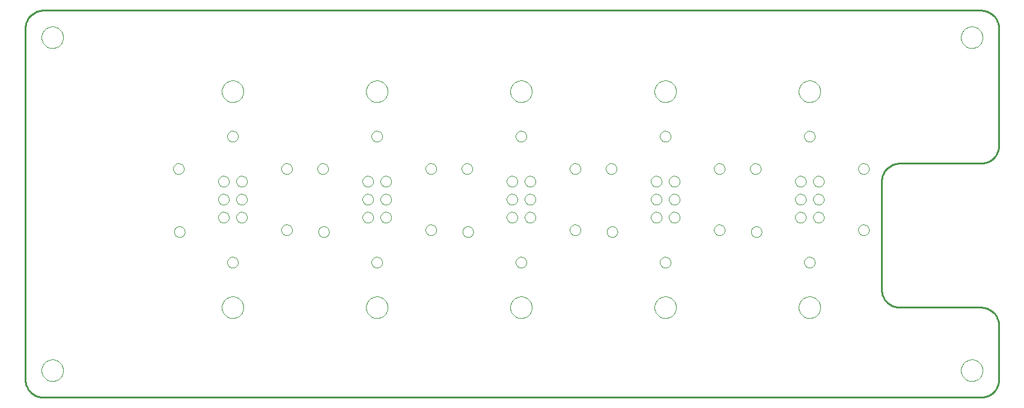
<source format=gtl>
G75*
G70*
%OFA0B0*%
%FSLAX24Y24*%
%IPPOS*%
%LPD*%
%AMOC8*
5,1,8,0,0,1.08239X$1,22.5*
%
%ADD10C,0.0100*%
%ADD11C,0.0000*%
D10*
X001150Y000150D02*
X053150Y000150D01*
X053210Y000152D01*
X053271Y000157D01*
X053330Y000166D01*
X053389Y000179D01*
X053448Y000195D01*
X053505Y000215D01*
X053560Y000238D01*
X053615Y000265D01*
X053667Y000294D01*
X053718Y000327D01*
X053767Y000363D01*
X053813Y000401D01*
X053857Y000443D01*
X053899Y000487D01*
X053937Y000533D01*
X053973Y000582D01*
X054006Y000633D01*
X054035Y000685D01*
X054062Y000740D01*
X054085Y000795D01*
X054105Y000852D01*
X054121Y000911D01*
X054134Y000970D01*
X054143Y001029D01*
X054148Y001090D01*
X054150Y001150D01*
X054150Y004150D01*
X054148Y004210D01*
X054143Y004271D01*
X054134Y004330D01*
X054121Y004389D01*
X054105Y004448D01*
X054085Y004505D01*
X054062Y004560D01*
X054035Y004615D01*
X054006Y004667D01*
X053973Y004718D01*
X053937Y004767D01*
X053899Y004813D01*
X053857Y004857D01*
X053813Y004899D01*
X053767Y004937D01*
X053718Y004973D01*
X053667Y005006D01*
X053615Y005035D01*
X053560Y005062D01*
X053505Y005085D01*
X053448Y005105D01*
X053389Y005121D01*
X053330Y005134D01*
X053271Y005143D01*
X053210Y005148D01*
X053150Y005150D01*
X048650Y005150D01*
X048590Y005152D01*
X048529Y005157D01*
X048470Y005166D01*
X048411Y005179D01*
X048352Y005195D01*
X048295Y005215D01*
X048240Y005238D01*
X048185Y005265D01*
X048133Y005294D01*
X048082Y005327D01*
X048033Y005363D01*
X047987Y005401D01*
X047943Y005443D01*
X047901Y005487D01*
X047863Y005533D01*
X047827Y005582D01*
X047794Y005633D01*
X047765Y005685D01*
X047738Y005740D01*
X047715Y005795D01*
X047695Y005852D01*
X047679Y005911D01*
X047666Y005970D01*
X047657Y006029D01*
X047652Y006090D01*
X047650Y006150D01*
X047650Y012150D01*
X047652Y012210D01*
X047657Y012271D01*
X047666Y012330D01*
X047679Y012389D01*
X047695Y012448D01*
X047715Y012505D01*
X047738Y012560D01*
X047765Y012615D01*
X047794Y012667D01*
X047827Y012718D01*
X047863Y012767D01*
X047901Y012813D01*
X047943Y012857D01*
X047987Y012899D01*
X048033Y012937D01*
X048082Y012973D01*
X048133Y013006D01*
X048185Y013035D01*
X048240Y013062D01*
X048295Y013085D01*
X048352Y013105D01*
X048411Y013121D01*
X048470Y013134D01*
X048529Y013143D01*
X048590Y013148D01*
X048650Y013150D01*
X053150Y013150D01*
X053210Y013152D01*
X053271Y013157D01*
X053330Y013166D01*
X053389Y013179D01*
X053448Y013195D01*
X053505Y013215D01*
X053560Y013238D01*
X053615Y013265D01*
X053667Y013294D01*
X053718Y013327D01*
X053767Y013363D01*
X053813Y013401D01*
X053857Y013443D01*
X053899Y013487D01*
X053937Y013533D01*
X053973Y013582D01*
X054006Y013633D01*
X054035Y013685D01*
X054062Y013740D01*
X054085Y013795D01*
X054105Y013852D01*
X054121Y013911D01*
X054134Y013970D01*
X054143Y014029D01*
X054148Y014090D01*
X054150Y014150D01*
X054150Y020650D01*
X054148Y020710D01*
X054143Y020771D01*
X054134Y020830D01*
X054121Y020889D01*
X054105Y020948D01*
X054085Y021005D01*
X054062Y021060D01*
X054035Y021115D01*
X054006Y021167D01*
X053973Y021218D01*
X053937Y021267D01*
X053899Y021313D01*
X053857Y021357D01*
X053813Y021399D01*
X053767Y021437D01*
X053718Y021473D01*
X053667Y021506D01*
X053615Y021535D01*
X053560Y021562D01*
X053505Y021585D01*
X053448Y021605D01*
X053389Y021621D01*
X053330Y021634D01*
X053271Y021643D01*
X053210Y021648D01*
X053150Y021650D01*
X001150Y021650D01*
X001090Y021648D01*
X001029Y021643D01*
X000970Y021634D01*
X000911Y021621D01*
X000852Y021605D01*
X000795Y021585D01*
X000740Y021562D01*
X000685Y021535D01*
X000633Y021506D01*
X000582Y021473D01*
X000533Y021437D01*
X000487Y021399D01*
X000443Y021357D01*
X000401Y021313D01*
X000363Y021267D01*
X000327Y021218D01*
X000294Y021167D01*
X000265Y021115D01*
X000238Y021060D01*
X000215Y021005D01*
X000195Y020948D01*
X000179Y020889D01*
X000166Y020830D01*
X000157Y020771D01*
X000152Y020710D01*
X000150Y020650D01*
X000150Y001150D01*
X000152Y001090D01*
X000157Y001029D01*
X000166Y000970D01*
X000179Y000911D01*
X000195Y000852D01*
X000215Y000795D01*
X000238Y000740D01*
X000265Y000685D01*
X000294Y000633D01*
X000327Y000582D01*
X000363Y000533D01*
X000401Y000487D01*
X000443Y000443D01*
X000487Y000401D01*
X000533Y000363D01*
X000582Y000327D01*
X000633Y000294D01*
X000685Y000265D01*
X000740Y000238D01*
X000795Y000215D01*
X000852Y000195D01*
X000911Y000179D01*
X000970Y000166D01*
X001029Y000157D01*
X001090Y000152D01*
X001150Y000150D01*
D11*
X001050Y001650D02*
X001052Y001699D01*
X001058Y001747D01*
X001068Y001795D01*
X001082Y001842D01*
X001099Y001888D01*
X001120Y001932D01*
X001145Y001974D01*
X001173Y002014D01*
X001205Y002052D01*
X001239Y002087D01*
X001276Y002119D01*
X001315Y002148D01*
X001357Y002174D01*
X001401Y002196D01*
X001446Y002214D01*
X001493Y002229D01*
X001540Y002240D01*
X001589Y002247D01*
X001638Y002250D01*
X001687Y002249D01*
X001735Y002244D01*
X001784Y002235D01*
X001831Y002222D01*
X001877Y002205D01*
X001921Y002185D01*
X001964Y002161D01*
X002005Y002134D01*
X002043Y002103D01*
X002079Y002070D01*
X002111Y002034D01*
X002141Y001995D01*
X002168Y001954D01*
X002191Y001910D01*
X002210Y001865D01*
X002226Y001819D01*
X002238Y001772D01*
X002246Y001723D01*
X002250Y001674D01*
X002250Y001626D01*
X002246Y001577D01*
X002238Y001528D01*
X002226Y001481D01*
X002210Y001435D01*
X002191Y001390D01*
X002168Y001346D01*
X002141Y001305D01*
X002111Y001266D01*
X002079Y001230D01*
X002043Y001197D01*
X002005Y001166D01*
X001964Y001139D01*
X001921Y001115D01*
X001877Y001095D01*
X001831Y001078D01*
X001784Y001065D01*
X001735Y001056D01*
X001687Y001051D01*
X001638Y001050D01*
X001589Y001053D01*
X001540Y001060D01*
X001493Y001071D01*
X001446Y001086D01*
X001401Y001104D01*
X001357Y001126D01*
X001315Y001152D01*
X001276Y001181D01*
X001239Y001213D01*
X001205Y001248D01*
X001173Y001286D01*
X001145Y001326D01*
X001120Y001368D01*
X001099Y001412D01*
X001082Y001458D01*
X001068Y001505D01*
X001058Y001553D01*
X001052Y001601D01*
X001050Y001650D01*
X011050Y005150D02*
X011052Y005199D01*
X011058Y005247D01*
X011068Y005295D01*
X011082Y005342D01*
X011099Y005388D01*
X011120Y005432D01*
X011145Y005474D01*
X011173Y005514D01*
X011205Y005552D01*
X011239Y005587D01*
X011276Y005619D01*
X011315Y005648D01*
X011357Y005674D01*
X011401Y005696D01*
X011446Y005714D01*
X011493Y005729D01*
X011540Y005740D01*
X011589Y005747D01*
X011638Y005750D01*
X011687Y005749D01*
X011735Y005744D01*
X011784Y005735D01*
X011831Y005722D01*
X011877Y005705D01*
X011921Y005685D01*
X011964Y005661D01*
X012005Y005634D01*
X012043Y005603D01*
X012079Y005570D01*
X012111Y005534D01*
X012141Y005495D01*
X012168Y005454D01*
X012191Y005410D01*
X012210Y005365D01*
X012226Y005319D01*
X012238Y005272D01*
X012246Y005223D01*
X012250Y005174D01*
X012250Y005126D01*
X012246Y005077D01*
X012238Y005028D01*
X012226Y004981D01*
X012210Y004935D01*
X012191Y004890D01*
X012168Y004846D01*
X012141Y004805D01*
X012111Y004766D01*
X012079Y004730D01*
X012043Y004697D01*
X012005Y004666D01*
X011964Y004639D01*
X011921Y004615D01*
X011877Y004595D01*
X011831Y004578D01*
X011784Y004565D01*
X011735Y004556D01*
X011687Y004551D01*
X011638Y004550D01*
X011589Y004553D01*
X011540Y004560D01*
X011493Y004571D01*
X011446Y004586D01*
X011401Y004604D01*
X011357Y004626D01*
X011315Y004652D01*
X011276Y004681D01*
X011239Y004713D01*
X011205Y004748D01*
X011173Y004786D01*
X011145Y004826D01*
X011120Y004868D01*
X011099Y004912D01*
X011082Y004958D01*
X011068Y005005D01*
X011058Y005053D01*
X011052Y005101D01*
X011050Y005150D01*
X011350Y007650D02*
X011352Y007684D01*
X011358Y007718D01*
X011367Y007751D01*
X011381Y007782D01*
X011398Y007812D01*
X011418Y007840D01*
X011441Y007865D01*
X011467Y007888D01*
X011495Y007907D01*
X011525Y007923D01*
X011557Y007935D01*
X011590Y007944D01*
X011624Y007949D01*
X011659Y007950D01*
X011693Y007947D01*
X011726Y007940D01*
X011759Y007930D01*
X011790Y007915D01*
X011819Y007898D01*
X011846Y007877D01*
X011871Y007853D01*
X011893Y007826D01*
X011911Y007798D01*
X011926Y007767D01*
X011938Y007735D01*
X011946Y007701D01*
X011950Y007667D01*
X011950Y007633D01*
X011946Y007599D01*
X011938Y007565D01*
X011926Y007533D01*
X011911Y007502D01*
X011893Y007474D01*
X011871Y007447D01*
X011846Y007423D01*
X011819Y007402D01*
X011790Y007385D01*
X011759Y007370D01*
X011726Y007360D01*
X011693Y007353D01*
X011659Y007350D01*
X011624Y007351D01*
X011590Y007356D01*
X011557Y007365D01*
X011525Y007377D01*
X011495Y007393D01*
X011467Y007412D01*
X011441Y007435D01*
X011418Y007460D01*
X011398Y007488D01*
X011381Y007518D01*
X011367Y007549D01*
X011358Y007582D01*
X011352Y007616D01*
X011350Y007650D01*
X008400Y009350D02*
X008402Y009384D01*
X008408Y009418D01*
X008417Y009451D01*
X008431Y009482D01*
X008448Y009512D01*
X008468Y009540D01*
X008491Y009565D01*
X008517Y009588D01*
X008545Y009607D01*
X008575Y009623D01*
X008607Y009635D01*
X008640Y009644D01*
X008674Y009649D01*
X008709Y009650D01*
X008743Y009647D01*
X008776Y009640D01*
X008809Y009630D01*
X008840Y009615D01*
X008869Y009598D01*
X008896Y009577D01*
X008921Y009553D01*
X008943Y009526D01*
X008961Y009498D01*
X008976Y009467D01*
X008988Y009435D01*
X008996Y009401D01*
X009000Y009367D01*
X009000Y009333D01*
X008996Y009299D01*
X008988Y009265D01*
X008976Y009233D01*
X008961Y009202D01*
X008943Y009174D01*
X008921Y009147D01*
X008896Y009123D01*
X008869Y009102D01*
X008840Y009085D01*
X008809Y009070D01*
X008776Y009060D01*
X008743Y009053D01*
X008709Y009050D01*
X008674Y009051D01*
X008640Y009056D01*
X008607Y009065D01*
X008575Y009077D01*
X008545Y009093D01*
X008517Y009112D01*
X008491Y009135D01*
X008468Y009160D01*
X008448Y009188D01*
X008431Y009218D01*
X008417Y009249D01*
X008408Y009282D01*
X008402Y009316D01*
X008400Y009350D01*
X010850Y010150D02*
X010852Y010184D01*
X010858Y010218D01*
X010867Y010251D01*
X010881Y010282D01*
X010898Y010312D01*
X010918Y010340D01*
X010941Y010365D01*
X010967Y010388D01*
X010995Y010407D01*
X011025Y010423D01*
X011057Y010435D01*
X011090Y010444D01*
X011124Y010449D01*
X011159Y010450D01*
X011193Y010447D01*
X011226Y010440D01*
X011259Y010430D01*
X011290Y010415D01*
X011319Y010398D01*
X011346Y010377D01*
X011371Y010353D01*
X011393Y010326D01*
X011411Y010298D01*
X011426Y010267D01*
X011438Y010235D01*
X011446Y010201D01*
X011450Y010167D01*
X011450Y010133D01*
X011446Y010099D01*
X011438Y010065D01*
X011426Y010033D01*
X011411Y010002D01*
X011393Y009974D01*
X011371Y009947D01*
X011346Y009923D01*
X011319Y009902D01*
X011290Y009885D01*
X011259Y009870D01*
X011226Y009860D01*
X011193Y009853D01*
X011159Y009850D01*
X011124Y009851D01*
X011090Y009856D01*
X011057Y009865D01*
X011025Y009877D01*
X010995Y009893D01*
X010967Y009912D01*
X010941Y009935D01*
X010918Y009960D01*
X010898Y009988D01*
X010881Y010018D01*
X010867Y010049D01*
X010858Y010082D01*
X010852Y010116D01*
X010850Y010150D01*
X011850Y010150D02*
X011852Y010184D01*
X011858Y010218D01*
X011867Y010251D01*
X011881Y010282D01*
X011898Y010312D01*
X011918Y010340D01*
X011941Y010365D01*
X011967Y010388D01*
X011995Y010407D01*
X012025Y010423D01*
X012057Y010435D01*
X012090Y010444D01*
X012124Y010449D01*
X012159Y010450D01*
X012193Y010447D01*
X012226Y010440D01*
X012259Y010430D01*
X012290Y010415D01*
X012319Y010398D01*
X012346Y010377D01*
X012371Y010353D01*
X012393Y010326D01*
X012411Y010298D01*
X012426Y010267D01*
X012438Y010235D01*
X012446Y010201D01*
X012450Y010167D01*
X012450Y010133D01*
X012446Y010099D01*
X012438Y010065D01*
X012426Y010033D01*
X012411Y010002D01*
X012393Y009974D01*
X012371Y009947D01*
X012346Y009923D01*
X012319Y009902D01*
X012290Y009885D01*
X012259Y009870D01*
X012226Y009860D01*
X012193Y009853D01*
X012159Y009850D01*
X012124Y009851D01*
X012090Y009856D01*
X012057Y009865D01*
X012025Y009877D01*
X011995Y009893D01*
X011967Y009912D01*
X011941Y009935D01*
X011918Y009960D01*
X011898Y009988D01*
X011881Y010018D01*
X011867Y010049D01*
X011858Y010082D01*
X011852Y010116D01*
X011850Y010150D01*
X011850Y011150D02*
X011852Y011184D01*
X011858Y011218D01*
X011867Y011251D01*
X011881Y011282D01*
X011898Y011312D01*
X011918Y011340D01*
X011941Y011365D01*
X011967Y011388D01*
X011995Y011407D01*
X012025Y011423D01*
X012057Y011435D01*
X012090Y011444D01*
X012124Y011449D01*
X012159Y011450D01*
X012193Y011447D01*
X012226Y011440D01*
X012259Y011430D01*
X012290Y011415D01*
X012319Y011398D01*
X012346Y011377D01*
X012371Y011353D01*
X012393Y011326D01*
X012411Y011298D01*
X012426Y011267D01*
X012438Y011235D01*
X012446Y011201D01*
X012450Y011167D01*
X012450Y011133D01*
X012446Y011099D01*
X012438Y011065D01*
X012426Y011033D01*
X012411Y011002D01*
X012393Y010974D01*
X012371Y010947D01*
X012346Y010923D01*
X012319Y010902D01*
X012290Y010885D01*
X012259Y010870D01*
X012226Y010860D01*
X012193Y010853D01*
X012159Y010850D01*
X012124Y010851D01*
X012090Y010856D01*
X012057Y010865D01*
X012025Y010877D01*
X011995Y010893D01*
X011967Y010912D01*
X011941Y010935D01*
X011918Y010960D01*
X011898Y010988D01*
X011881Y011018D01*
X011867Y011049D01*
X011858Y011082D01*
X011852Y011116D01*
X011850Y011150D01*
X010850Y011150D02*
X010852Y011184D01*
X010858Y011218D01*
X010867Y011251D01*
X010881Y011282D01*
X010898Y011312D01*
X010918Y011340D01*
X010941Y011365D01*
X010967Y011388D01*
X010995Y011407D01*
X011025Y011423D01*
X011057Y011435D01*
X011090Y011444D01*
X011124Y011449D01*
X011159Y011450D01*
X011193Y011447D01*
X011226Y011440D01*
X011259Y011430D01*
X011290Y011415D01*
X011319Y011398D01*
X011346Y011377D01*
X011371Y011353D01*
X011393Y011326D01*
X011411Y011298D01*
X011426Y011267D01*
X011438Y011235D01*
X011446Y011201D01*
X011450Y011167D01*
X011450Y011133D01*
X011446Y011099D01*
X011438Y011065D01*
X011426Y011033D01*
X011411Y011002D01*
X011393Y010974D01*
X011371Y010947D01*
X011346Y010923D01*
X011319Y010902D01*
X011290Y010885D01*
X011259Y010870D01*
X011226Y010860D01*
X011193Y010853D01*
X011159Y010850D01*
X011124Y010851D01*
X011090Y010856D01*
X011057Y010865D01*
X011025Y010877D01*
X010995Y010893D01*
X010967Y010912D01*
X010941Y010935D01*
X010918Y010960D01*
X010898Y010988D01*
X010881Y011018D01*
X010867Y011049D01*
X010858Y011082D01*
X010852Y011116D01*
X010850Y011150D01*
X010850Y012150D02*
X010852Y012184D01*
X010858Y012218D01*
X010867Y012251D01*
X010881Y012282D01*
X010898Y012312D01*
X010918Y012340D01*
X010941Y012365D01*
X010967Y012388D01*
X010995Y012407D01*
X011025Y012423D01*
X011057Y012435D01*
X011090Y012444D01*
X011124Y012449D01*
X011159Y012450D01*
X011193Y012447D01*
X011226Y012440D01*
X011259Y012430D01*
X011290Y012415D01*
X011319Y012398D01*
X011346Y012377D01*
X011371Y012353D01*
X011393Y012326D01*
X011411Y012298D01*
X011426Y012267D01*
X011438Y012235D01*
X011446Y012201D01*
X011450Y012167D01*
X011450Y012133D01*
X011446Y012099D01*
X011438Y012065D01*
X011426Y012033D01*
X011411Y012002D01*
X011393Y011974D01*
X011371Y011947D01*
X011346Y011923D01*
X011319Y011902D01*
X011290Y011885D01*
X011259Y011870D01*
X011226Y011860D01*
X011193Y011853D01*
X011159Y011850D01*
X011124Y011851D01*
X011090Y011856D01*
X011057Y011865D01*
X011025Y011877D01*
X010995Y011893D01*
X010967Y011912D01*
X010941Y011935D01*
X010918Y011960D01*
X010898Y011988D01*
X010881Y012018D01*
X010867Y012049D01*
X010858Y012082D01*
X010852Y012116D01*
X010850Y012150D01*
X011850Y012150D02*
X011852Y012184D01*
X011858Y012218D01*
X011867Y012251D01*
X011881Y012282D01*
X011898Y012312D01*
X011918Y012340D01*
X011941Y012365D01*
X011967Y012388D01*
X011995Y012407D01*
X012025Y012423D01*
X012057Y012435D01*
X012090Y012444D01*
X012124Y012449D01*
X012159Y012450D01*
X012193Y012447D01*
X012226Y012440D01*
X012259Y012430D01*
X012290Y012415D01*
X012319Y012398D01*
X012346Y012377D01*
X012371Y012353D01*
X012393Y012326D01*
X012411Y012298D01*
X012426Y012267D01*
X012438Y012235D01*
X012446Y012201D01*
X012450Y012167D01*
X012450Y012133D01*
X012446Y012099D01*
X012438Y012065D01*
X012426Y012033D01*
X012411Y012002D01*
X012393Y011974D01*
X012371Y011947D01*
X012346Y011923D01*
X012319Y011902D01*
X012290Y011885D01*
X012259Y011870D01*
X012226Y011860D01*
X012193Y011853D01*
X012159Y011850D01*
X012124Y011851D01*
X012090Y011856D01*
X012057Y011865D01*
X012025Y011877D01*
X011995Y011893D01*
X011967Y011912D01*
X011941Y011935D01*
X011918Y011960D01*
X011898Y011988D01*
X011881Y012018D01*
X011867Y012049D01*
X011858Y012082D01*
X011852Y012116D01*
X011850Y012150D01*
X014350Y012850D02*
X014352Y012884D01*
X014358Y012918D01*
X014367Y012951D01*
X014381Y012982D01*
X014398Y013012D01*
X014418Y013040D01*
X014441Y013065D01*
X014467Y013088D01*
X014495Y013107D01*
X014525Y013123D01*
X014557Y013135D01*
X014590Y013144D01*
X014624Y013149D01*
X014659Y013150D01*
X014693Y013147D01*
X014726Y013140D01*
X014759Y013130D01*
X014790Y013115D01*
X014819Y013098D01*
X014846Y013077D01*
X014871Y013053D01*
X014893Y013026D01*
X014911Y012998D01*
X014926Y012967D01*
X014938Y012935D01*
X014946Y012901D01*
X014950Y012867D01*
X014950Y012833D01*
X014946Y012799D01*
X014938Y012765D01*
X014926Y012733D01*
X014911Y012702D01*
X014893Y012674D01*
X014871Y012647D01*
X014846Y012623D01*
X014819Y012602D01*
X014790Y012585D01*
X014759Y012570D01*
X014726Y012560D01*
X014693Y012553D01*
X014659Y012550D01*
X014624Y012551D01*
X014590Y012556D01*
X014557Y012565D01*
X014525Y012577D01*
X014495Y012593D01*
X014467Y012612D01*
X014441Y012635D01*
X014418Y012660D01*
X014398Y012688D01*
X014381Y012718D01*
X014367Y012749D01*
X014358Y012782D01*
X014352Y012816D01*
X014350Y012850D01*
X016350Y012850D02*
X016352Y012884D01*
X016358Y012918D01*
X016367Y012951D01*
X016381Y012982D01*
X016398Y013012D01*
X016418Y013040D01*
X016441Y013065D01*
X016467Y013088D01*
X016495Y013107D01*
X016525Y013123D01*
X016557Y013135D01*
X016590Y013144D01*
X016624Y013149D01*
X016659Y013150D01*
X016693Y013147D01*
X016726Y013140D01*
X016759Y013130D01*
X016790Y013115D01*
X016819Y013098D01*
X016846Y013077D01*
X016871Y013053D01*
X016893Y013026D01*
X016911Y012998D01*
X016926Y012967D01*
X016938Y012935D01*
X016946Y012901D01*
X016950Y012867D01*
X016950Y012833D01*
X016946Y012799D01*
X016938Y012765D01*
X016926Y012733D01*
X016911Y012702D01*
X016893Y012674D01*
X016871Y012647D01*
X016846Y012623D01*
X016819Y012602D01*
X016790Y012585D01*
X016759Y012570D01*
X016726Y012560D01*
X016693Y012553D01*
X016659Y012550D01*
X016624Y012551D01*
X016590Y012556D01*
X016557Y012565D01*
X016525Y012577D01*
X016495Y012593D01*
X016467Y012612D01*
X016441Y012635D01*
X016418Y012660D01*
X016398Y012688D01*
X016381Y012718D01*
X016367Y012749D01*
X016358Y012782D01*
X016352Y012816D01*
X016350Y012850D01*
X018850Y012150D02*
X018852Y012184D01*
X018858Y012218D01*
X018867Y012251D01*
X018881Y012282D01*
X018898Y012312D01*
X018918Y012340D01*
X018941Y012365D01*
X018967Y012388D01*
X018995Y012407D01*
X019025Y012423D01*
X019057Y012435D01*
X019090Y012444D01*
X019124Y012449D01*
X019159Y012450D01*
X019193Y012447D01*
X019226Y012440D01*
X019259Y012430D01*
X019290Y012415D01*
X019319Y012398D01*
X019346Y012377D01*
X019371Y012353D01*
X019393Y012326D01*
X019411Y012298D01*
X019426Y012267D01*
X019438Y012235D01*
X019446Y012201D01*
X019450Y012167D01*
X019450Y012133D01*
X019446Y012099D01*
X019438Y012065D01*
X019426Y012033D01*
X019411Y012002D01*
X019393Y011974D01*
X019371Y011947D01*
X019346Y011923D01*
X019319Y011902D01*
X019290Y011885D01*
X019259Y011870D01*
X019226Y011860D01*
X019193Y011853D01*
X019159Y011850D01*
X019124Y011851D01*
X019090Y011856D01*
X019057Y011865D01*
X019025Y011877D01*
X018995Y011893D01*
X018967Y011912D01*
X018941Y011935D01*
X018918Y011960D01*
X018898Y011988D01*
X018881Y012018D01*
X018867Y012049D01*
X018858Y012082D01*
X018852Y012116D01*
X018850Y012150D01*
X019850Y012150D02*
X019852Y012184D01*
X019858Y012218D01*
X019867Y012251D01*
X019881Y012282D01*
X019898Y012312D01*
X019918Y012340D01*
X019941Y012365D01*
X019967Y012388D01*
X019995Y012407D01*
X020025Y012423D01*
X020057Y012435D01*
X020090Y012444D01*
X020124Y012449D01*
X020159Y012450D01*
X020193Y012447D01*
X020226Y012440D01*
X020259Y012430D01*
X020290Y012415D01*
X020319Y012398D01*
X020346Y012377D01*
X020371Y012353D01*
X020393Y012326D01*
X020411Y012298D01*
X020426Y012267D01*
X020438Y012235D01*
X020446Y012201D01*
X020450Y012167D01*
X020450Y012133D01*
X020446Y012099D01*
X020438Y012065D01*
X020426Y012033D01*
X020411Y012002D01*
X020393Y011974D01*
X020371Y011947D01*
X020346Y011923D01*
X020319Y011902D01*
X020290Y011885D01*
X020259Y011870D01*
X020226Y011860D01*
X020193Y011853D01*
X020159Y011850D01*
X020124Y011851D01*
X020090Y011856D01*
X020057Y011865D01*
X020025Y011877D01*
X019995Y011893D01*
X019967Y011912D01*
X019941Y011935D01*
X019918Y011960D01*
X019898Y011988D01*
X019881Y012018D01*
X019867Y012049D01*
X019858Y012082D01*
X019852Y012116D01*
X019850Y012150D01*
X019850Y011150D02*
X019852Y011184D01*
X019858Y011218D01*
X019867Y011251D01*
X019881Y011282D01*
X019898Y011312D01*
X019918Y011340D01*
X019941Y011365D01*
X019967Y011388D01*
X019995Y011407D01*
X020025Y011423D01*
X020057Y011435D01*
X020090Y011444D01*
X020124Y011449D01*
X020159Y011450D01*
X020193Y011447D01*
X020226Y011440D01*
X020259Y011430D01*
X020290Y011415D01*
X020319Y011398D01*
X020346Y011377D01*
X020371Y011353D01*
X020393Y011326D01*
X020411Y011298D01*
X020426Y011267D01*
X020438Y011235D01*
X020446Y011201D01*
X020450Y011167D01*
X020450Y011133D01*
X020446Y011099D01*
X020438Y011065D01*
X020426Y011033D01*
X020411Y011002D01*
X020393Y010974D01*
X020371Y010947D01*
X020346Y010923D01*
X020319Y010902D01*
X020290Y010885D01*
X020259Y010870D01*
X020226Y010860D01*
X020193Y010853D01*
X020159Y010850D01*
X020124Y010851D01*
X020090Y010856D01*
X020057Y010865D01*
X020025Y010877D01*
X019995Y010893D01*
X019967Y010912D01*
X019941Y010935D01*
X019918Y010960D01*
X019898Y010988D01*
X019881Y011018D01*
X019867Y011049D01*
X019858Y011082D01*
X019852Y011116D01*
X019850Y011150D01*
X018850Y011150D02*
X018852Y011184D01*
X018858Y011218D01*
X018867Y011251D01*
X018881Y011282D01*
X018898Y011312D01*
X018918Y011340D01*
X018941Y011365D01*
X018967Y011388D01*
X018995Y011407D01*
X019025Y011423D01*
X019057Y011435D01*
X019090Y011444D01*
X019124Y011449D01*
X019159Y011450D01*
X019193Y011447D01*
X019226Y011440D01*
X019259Y011430D01*
X019290Y011415D01*
X019319Y011398D01*
X019346Y011377D01*
X019371Y011353D01*
X019393Y011326D01*
X019411Y011298D01*
X019426Y011267D01*
X019438Y011235D01*
X019446Y011201D01*
X019450Y011167D01*
X019450Y011133D01*
X019446Y011099D01*
X019438Y011065D01*
X019426Y011033D01*
X019411Y011002D01*
X019393Y010974D01*
X019371Y010947D01*
X019346Y010923D01*
X019319Y010902D01*
X019290Y010885D01*
X019259Y010870D01*
X019226Y010860D01*
X019193Y010853D01*
X019159Y010850D01*
X019124Y010851D01*
X019090Y010856D01*
X019057Y010865D01*
X019025Y010877D01*
X018995Y010893D01*
X018967Y010912D01*
X018941Y010935D01*
X018918Y010960D01*
X018898Y010988D01*
X018881Y011018D01*
X018867Y011049D01*
X018858Y011082D01*
X018852Y011116D01*
X018850Y011150D01*
X018850Y010150D02*
X018852Y010184D01*
X018858Y010218D01*
X018867Y010251D01*
X018881Y010282D01*
X018898Y010312D01*
X018918Y010340D01*
X018941Y010365D01*
X018967Y010388D01*
X018995Y010407D01*
X019025Y010423D01*
X019057Y010435D01*
X019090Y010444D01*
X019124Y010449D01*
X019159Y010450D01*
X019193Y010447D01*
X019226Y010440D01*
X019259Y010430D01*
X019290Y010415D01*
X019319Y010398D01*
X019346Y010377D01*
X019371Y010353D01*
X019393Y010326D01*
X019411Y010298D01*
X019426Y010267D01*
X019438Y010235D01*
X019446Y010201D01*
X019450Y010167D01*
X019450Y010133D01*
X019446Y010099D01*
X019438Y010065D01*
X019426Y010033D01*
X019411Y010002D01*
X019393Y009974D01*
X019371Y009947D01*
X019346Y009923D01*
X019319Y009902D01*
X019290Y009885D01*
X019259Y009870D01*
X019226Y009860D01*
X019193Y009853D01*
X019159Y009850D01*
X019124Y009851D01*
X019090Y009856D01*
X019057Y009865D01*
X019025Y009877D01*
X018995Y009893D01*
X018967Y009912D01*
X018941Y009935D01*
X018918Y009960D01*
X018898Y009988D01*
X018881Y010018D01*
X018867Y010049D01*
X018858Y010082D01*
X018852Y010116D01*
X018850Y010150D01*
X019850Y010150D02*
X019852Y010184D01*
X019858Y010218D01*
X019867Y010251D01*
X019881Y010282D01*
X019898Y010312D01*
X019918Y010340D01*
X019941Y010365D01*
X019967Y010388D01*
X019995Y010407D01*
X020025Y010423D01*
X020057Y010435D01*
X020090Y010444D01*
X020124Y010449D01*
X020159Y010450D01*
X020193Y010447D01*
X020226Y010440D01*
X020259Y010430D01*
X020290Y010415D01*
X020319Y010398D01*
X020346Y010377D01*
X020371Y010353D01*
X020393Y010326D01*
X020411Y010298D01*
X020426Y010267D01*
X020438Y010235D01*
X020446Y010201D01*
X020450Y010167D01*
X020450Y010133D01*
X020446Y010099D01*
X020438Y010065D01*
X020426Y010033D01*
X020411Y010002D01*
X020393Y009974D01*
X020371Y009947D01*
X020346Y009923D01*
X020319Y009902D01*
X020290Y009885D01*
X020259Y009870D01*
X020226Y009860D01*
X020193Y009853D01*
X020159Y009850D01*
X020124Y009851D01*
X020090Y009856D01*
X020057Y009865D01*
X020025Y009877D01*
X019995Y009893D01*
X019967Y009912D01*
X019941Y009935D01*
X019918Y009960D01*
X019898Y009988D01*
X019881Y010018D01*
X019867Y010049D01*
X019858Y010082D01*
X019852Y010116D01*
X019850Y010150D01*
X022350Y009450D02*
X022352Y009484D01*
X022358Y009518D01*
X022367Y009551D01*
X022381Y009582D01*
X022398Y009612D01*
X022418Y009640D01*
X022441Y009665D01*
X022467Y009688D01*
X022495Y009707D01*
X022525Y009723D01*
X022557Y009735D01*
X022590Y009744D01*
X022624Y009749D01*
X022659Y009750D01*
X022693Y009747D01*
X022726Y009740D01*
X022759Y009730D01*
X022790Y009715D01*
X022819Y009698D01*
X022846Y009677D01*
X022871Y009653D01*
X022893Y009626D01*
X022911Y009598D01*
X022926Y009567D01*
X022938Y009535D01*
X022946Y009501D01*
X022950Y009467D01*
X022950Y009433D01*
X022946Y009399D01*
X022938Y009365D01*
X022926Y009333D01*
X022911Y009302D01*
X022893Y009274D01*
X022871Y009247D01*
X022846Y009223D01*
X022819Y009202D01*
X022790Y009185D01*
X022759Y009170D01*
X022726Y009160D01*
X022693Y009153D01*
X022659Y009150D01*
X022624Y009151D01*
X022590Y009156D01*
X022557Y009165D01*
X022525Y009177D01*
X022495Y009193D01*
X022467Y009212D01*
X022441Y009235D01*
X022418Y009260D01*
X022398Y009288D01*
X022381Y009318D01*
X022367Y009349D01*
X022358Y009382D01*
X022352Y009416D01*
X022350Y009450D01*
X024400Y009350D02*
X024402Y009384D01*
X024408Y009418D01*
X024417Y009451D01*
X024431Y009482D01*
X024448Y009512D01*
X024468Y009540D01*
X024491Y009565D01*
X024517Y009588D01*
X024545Y009607D01*
X024575Y009623D01*
X024607Y009635D01*
X024640Y009644D01*
X024674Y009649D01*
X024709Y009650D01*
X024743Y009647D01*
X024776Y009640D01*
X024809Y009630D01*
X024840Y009615D01*
X024869Y009598D01*
X024896Y009577D01*
X024921Y009553D01*
X024943Y009526D01*
X024961Y009498D01*
X024976Y009467D01*
X024988Y009435D01*
X024996Y009401D01*
X025000Y009367D01*
X025000Y009333D01*
X024996Y009299D01*
X024988Y009265D01*
X024976Y009233D01*
X024961Y009202D01*
X024943Y009174D01*
X024921Y009147D01*
X024896Y009123D01*
X024869Y009102D01*
X024840Y009085D01*
X024809Y009070D01*
X024776Y009060D01*
X024743Y009053D01*
X024709Y009050D01*
X024674Y009051D01*
X024640Y009056D01*
X024607Y009065D01*
X024575Y009077D01*
X024545Y009093D01*
X024517Y009112D01*
X024491Y009135D01*
X024468Y009160D01*
X024448Y009188D01*
X024431Y009218D01*
X024417Y009249D01*
X024408Y009282D01*
X024402Y009316D01*
X024400Y009350D01*
X026850Y010150D02*
X026852Y010184D01*
X026858Y010218D01*
X026867Y010251D01*
X026881Y010282D01*
X026898Y010312D01*
X026918Y010340D01*
X026941Y010365D01*
X026967Y010388D01*
X026995Y010407D01*
X027025Y010423D01*
X027057Y010435D01*
X027090Y010444D01*
X027124Y010449D01*
X027159Y010450D01*
X027193Y010447D01*
X027226Y010440D01*
X027259Y010430D01*
X027290Y010415D01*
X027319Y010398D01*
X027346Y010377D01*
X027371Y010353D01*
X027393Y010326D01*
X027411Y010298D01*
X027426Y010267D01*
X027438Y010235D01*
X027446Y010201D01*
X027450Y010167D01*
X027450Y010133D01*
X027446Y010099D01*
X027438Y010065D01*
X027426Y010033D01*
X027411Y010002D01*
X027393Y009974D01*
X027371Y009947D01*
X027346Y009923D01*
X027319Y009902D01*
X027290Y009885D01*
X027259Y009870D01*
X027226Y009860D01*
X027193Y009853D01*
X027159Y009850D01*
X027124Y009851D01*
X027090Y009856D01*
X027057Y009865D01*
X027025Y009877D01*
X026995Y009893D01*
X026967Y009912D01*
X026941Y009935D01*
X026918Y009960D01*
X026898Y009988D01*
X026881Y010018D01*
X026867Y010049D01*
X026858Y010082D01*
X026852Y010116D01*
X026850Y010150D01*
X027850Y010150D02*
X027852Y010184D01*
X027858Y010218D01*
X027867Y010251D01*
X027881Y010282D01*
X027898Y010312D01*
X027918Y010340D01*
X027941Y010365D01*
X027967Y010388D01*
X027995Y010407D01*
X028025Y010423D01*
X028057Y010435D01*
X028090Y010444D01*
X028124Y010449D01*
X028159Y010450D01*
X028193Y010447D01*
X028226Y010440D01*
X028259Y010430D01*
X028290Y010415D01*
X028319Y010398D01*
X028346Y010377D01*
X028371Y010353D01*
X028393Y010326D01*
X028411Y010298D01*
X028426Y010267D01*
X028438Y010235D01*
X028446Y010201D01*
X028450Y010167D01*
X028450Y010133D01*
X028446Y010099D01*
X028438Y010065D01*
X028426Y010033D01*
X028411Y010002D01*
X028393Y009974D01*
X028371Y009947D01*
X028346Y009923D01*
X028319Y009902D01*
X028290Y009885D01*
X028259Y009870D01*
X028226Y009860D01*
X028193Y009853D01*
X028159Y009850D01*
X028124Y009851D01*
X028090Y009856D01*
X028057Y009865D01*
X028025Y009877D01*
X027995Y009893D01*
X027967Y009912D01*
X027941Y009935D01*
X027918Y009960D01*
X027898Y009988D01*
X027881Y010018D01*
X027867Y010049D01*
X027858Y010082D01*
X027852Y010116D01*
X027850Y010150D01*
X027850Y011150D02*
X027852Y011184D01*
X027858Y011218D01*
X027867Y011251D01*
X027881Y011282D01*
X027898Y011312D01*
X027918Y011340D01*
X027941Y011365D01*
X027967Y011388D01*
X027995Y011407D01*
X028025Y011423D01*
X028057Y011435D01*
X028090Y011444D01*
X028124Y011449D01*
X028159Y011450D01*
X028193Y011447D01*
X028226Y011440D01*
X028259Y011430D01*
X028290Y011415D01*
X028319Y011398D01*
X028346Y011377D01*
X028371Y011353D01*
X028393Y011326D01*
X028411Y011298D01*
X028426Y011267D01*
X028438Y011235D01*
X028446Y011201D01*
X028450Y011167D01*
X028450Y011133D01*
X028446Y011099D01*
X028438Y011065D01*
X028426Y011033D01*
X028411Y011002D01*
X028393Y010974D01*
X028371Y010947D01*
X028346Y010923D01*
X028319Y010902D01*
X028290Y010885D01*
X028259Y010870D01*
X028226Y010860D01*
X028193Y010853D01*
X028159Y010850D01*
X028124Y010851D01*
X028090Y010856D01*
X028057Y010865D01*
X028025Y010877D01*
X027995Y010893D01*
X027967Y010912D01*
X027941Y010935D01*
X027918Y010960D01*
X027898Y010988D01*
X027881Y011018D01*
X027867Y011049D01*
X027858Y011082D01*
X027852Y011116D01*
X027850Y011150D01*
X026850Y011150D02*
X026852Y011184D01*
X026858Y011218D01*
X026867Y011251D01*
X026881Y011282D01*
X026898Y011312D01*
X026918Y011340D01*
X026941Y011365D01*
X026967Y011388D01*
X026995Y011407D01*
X027025Y011423D01*
X027057Y011435D01*
X027090Y011444D01*
X027124Y011449D01*
X027159Y011450D01*
X027193Y011447D01*
X027226Y011440D01*
X027259Y011430D01*
X027290Y011415D01*
X027319Y011398D01*
X027346Y011377D01*
X027371Y011353D01*
X027393Y011326D01*
X027411Y011298D01*
X027426Y011267D01*
X027438Y011235D01*
X027446Y011201D01*
X027450Y011167D01*
X027450Y011133D01*
X027446Y011099D01*
X027438Y011065D01*
X027426Y011033D01*
X027411Y011002D01*
X027393Y010974D01*
X027371Y010947D01*
X027346Y010923D01*
X027319Y010902D01*
X027290Y010885D01*
X027259Y010870D01*
X027226Y010860D01*
X027193Y010853D01*
X027159Y010850D01*
X027124Y010851D01*
X027090Y010856D01*
X027057Y010865D01*
X027025Y010877D01*
X026995Y010893D01*
X026967Y010912D01*
X026941Y010935D01*
X026918Y010960D01*
X026898Y010988D01*
X026881Y011018D01*
X026867Y011049D01*
X026858Y011082D01*
X026852Y011116D01*
X026850Y011150D01*
X026850Y012150D02*
X026852Y012184D01*
X026858Y012218D01*
X026867Y012251D01*
X026881Y012282D01*
X026898Y012312D01*
X026918Y012340D01*
X026941Y012365D01*
X026967Y012388D01*
X026995Y012407D01*
X027025Y012423D01*
X027057Y012435D01*
X027090Y012444D01*
X027124Y012449D01*
X027159Y012450D01*
X027193Y012447D01*
X027226Y012440D01*
X027259Y012430D01*
X027290Y012415D01*
X027319Y012398D01*
X027346Y012377D01*
X027371Y012353D01*
X027393Y012326D01*
X027411Y012298D01*
X027426Y012267D01*
X027438Y012235D01*
X027446Y012201D01*
X027450Y012167D01*
X027450Y012133D01*
X027446Y012099D01*
X027438Y012065D01*
X027426Y012033D01*
X027411Y012002D01*
X027393Y011974D01*
X027371Y011947D01*
X027346Y011923D01*
X027319Y011902D01*
X027290Y011885D01*
X027259Y011870D01*
X027226Y011860D01*
X027193Y011853D01*
X027159Y011850D01*
X027124Y011851D01*
X027090Y011856D01*
X027057Y011865D01*
X027025Y011877D01*
X026995Y011893D01*
X026967Y011912D01*
X026941Y011935D01*
X026918Y011960D01*
X026898Y011988D01*
X026881Y012018D01*
X026867Y012049D01*
X026858Y012082D01*
X026852Y012116D01*
X026850Y012150D01*
X027850Y012150D02*
X027852Y012184D01*
X027858Y012218D01*
X027867Y012251D01*
X027881Y012282D01*
X027898Y012312D01*
X027918Y012340D01*
X027941Y012365D01*
X027967Y012388D01*
X027995Y012407D01*
X028025Y012423D01*
X028057Y012435D01*
X028090Y012444D01*
X028124Y012449D01*
X028159Y012450D01*
X028193Y012447D01*
X028226Y012440D01*
X028259Y012430D01*
X028290Y012415D01*
X028319Y012398D01*
X028346Y012377D01*
X028371Y012353D01*
X028393Y012326D01*
X028411Y012298D01*
X028426Y012267D01*
X028438Y012235D01*
X028446Y012201D01*
X028450Y012167D01*
X028450Y012133D01*
X028446Y012099D01*
X028438Y012065D01*
X028426Y012033D01*
X028411Y012002D01*
X028393Y011974D01*
X028371Y011947D01*
X028346Y011923D01*
X028319Y011902D01*
X028290Y011885D01*
X028259Y011870D01*
X028226Y011860D01*
X028193Y011853D01*
X028159Y011850D01*
X028124Y011851D01*
X028090Y011856D01*
X028057Y011865D01*
X028025Y011877D01*
X027995Y011893D01*
X027967Y011912D01*
X027941Y011935D01*
X027918Y011960D01*
X027898Y011988D01*
X027881Y012018D01*
X027867Y012049D01*
X027858Y012082D01*
X027852Y012116D01*
X027850Y012150D01*
X030350Y012850D02*
X030352Y012884D01*
X030358Y012918D01*
X030367Y012951D01*
X030381Y012982D01*
X030398Y013012D01*
X030418Y013040D01*
X030441Y013065D01*
X030467Y013088D01*
X030495Y013107D01*
X030525Y013123D01*
X030557Y013135D01*
X030590Y013144D01*
X030624Y013149D01*
X030659Y013150D01*
X030693Y013147D01*
X030726Y013140D01*
X030759Y013130D01*
X030790Y013115D01*
X030819Y013098D01*
X030846Y013077D01*
X030871Y013053D01*
X030893Y013026D01*
X030911Y012998D01*
X030926Y012967D01*
X030938Y012935D01*
X030946Y012901D01*
X030950Y012867D01*
X030950Y012833D01*
X030946Y012799D01*
X030938Y012765D01*
X030926Y012733D01*
X030911Y012702D01*
X030893Y012674D01*
X030871Y012647D01*
X030846Y012623D01*
X030819Y012602D01*
X030790Y012585D01*
X030759Y012570D01*
X030726Y012560D01*
X030693Y012553D01*
X030659Y012550D01*
X030624Y012551D01*
X030590Y012556D01*
X030557Y012565D01*
X030525Y012577D01*
X030495Y012593D01*
X030467Y012612D01*
X030441Y012635D01*
X030418Y012660D01*
X030398Y012688D01*
X030381Y012718D01*
X030367Y012749D01*
X030358Y012782D01*
X030352Y012816D01*
X030350Y012850D01*
X032350Y012850D02*
X032352Y012884D01*
X032358Y012918D01*
X032367Y012951D01*
X032381Y012982D01*
X032398Y013012D01*
X032418Y013040D01*
X032441Y013065D01*
X032467Y013088D01*
X032495Y013107D01*
X032525Y013123D01*
X032557Y013135D01*
X032590Y013144D01*
X032624Y013149D01*
X032659Y013150D01*
X032693Y013147D01*
X032726Y013140D01*
X032759Y013130D01*
X032790Y013115D01*
X032819Y013098D01*
X032846Y013077D01*
X032871Y013053D01*
X032893Y013026D01*
X032911Y012998D01*
X032926Y012967D01*
X032938Y012935D01*
X032946Y012901D01*
X032950Y012867D01*
X032950Y012833D01*
X032946Y012799D01*
X032938Y012765D01*
X032926Y012733D01*
X032911Y012702D01*
X032893Y012674D01*
X032871Y012647D01*
X032846Y012623D01*
X032819Y012602D01*
X032790Y012585D01*
X032759Y012570D01*
X032726Y012560D01*
X032693Y012553D01*
X032659Y012550D01*
X032624Y012551D01*
X032590Y012556D01*
X032557Y012565D01*
X032525Y012577D01*
X032495Y012593D01*
X032467Y012612D01*
X032441Y012635D01*
X032418Y012660D01*
X032398Y012688D01*
X032381Y012718D01*
X032367Y012749D01*
X032358Y012782D01*
X032352Y012816D01*
X032350Y012850D01*
X034850Y012150D02*
X034852Y012184D01*
X034858Y012218D01*
X034867Y012251D01*
X034881Y012282D01*
X034898Y012312D01*
X034918Y012340D01*
X034941Y012365D01*
X034967Y012388D01*
X034995Y012407D01*
X035025Y012423D01*
X035057Y012435D01*
X035090Y012444D01*
X035124Y012449D01*
X035159Y012450D01*
X035193Y012447D01*
X035226Y012440D01*
X035259Y012430D01*
X035290Y012415D01*
X035319Y012398D01*
X035346Y012377D01*
X035371Y012353D01*
X035393Y012326D01*
X035411Y012298D01*
X035426Y012267D01*
X035438Y012235D01*
X035446Y012201D01*
X035450Y012167D01*
X035450Y012133D01*
X035446Y012099D01*
X035438Y012065D01*
X035426Y012033D01*
X035411Y012002D01*
X035393Y011974D01*
X035371Y011947D01*
X035346Y011923D01*
X035319Y011902D01*
X035290Y011885D01*
X035259Y011870D01*
X035226Y011860D01*
X035193Y011853D01*
X035159Y011850D01*
X035124Y011851D01*
X035090Y011856D01*
X035057Y011865D01*
X035025Y011877D01*
X034995Y011893D01*
X034967Y011912D01*
X034941Y011935D01*
X034918Y011960D01*
X034898Y011988D01*
X034881Y012018D01*
X034867Y012049D01*
X034858Y012082D01*
X034852Y012116D01*
X034850Y012150D01*
X035850Y012150D02*
X035852Y012184D01*
X035858Y012218D01*
X035867Y012251D01*
X035881Y012282D01*
X035898Y012312D01*
X035918Y012340D01*
X035941Y012365D01*
X035967Y012388D01*
X035995Y012407D01*
X036025Y012423D01*
X036057Y012435D01*
X036090Y012444D01*
X036124Y012449D01*
X036159Y012450D01*
X036193Y012447D01*
X036226Y012440D01*
X036259Y012430D01*
X036290Y012415D01*
X036319Y012398D01*
X036346Y012377D01*
X036371Y012353D01*
X036393Y012326D01*
X036411Y012298D01*
X036426Y012267D01*
X036438Y012235D01*
X036446Y012201D01*
X036450Y012167D01*
X036450Y012133D01*
X036446Y012099D01*
X036438Y012065D01*
X036426Y012033D01*
X036411Y012002D01*
X036393Y011974D01*
X036371Y011947D01*
X036346Y011923D01*
X036319Y011902D01*
X036290Y011885D01*
X036259Y011870D01*
X036226Y011860D01*
X036193Y011853D01*
X036159Y011850D01*
X036124Y011851D01*
X036090Y011856D01*
X036057Y011865D01*
X036025Y011877D01*
X035995Y011893D01*
X035967Y011912D01*
X035941Y011935D01*
X035918Y011960D01*
X035898Y011988D01*
X035881Y012018D01*
X035867Y012049D01*
X035858Y012082D01*
X035852Y012116D01*
X035850Y012150D01*
X035850Y011150D02*
X035852Y011184D01*
X035858Y011218D01*
X035867Y011251D01*
X035881Y011282D01*
X035898Y011312D01*
X035918Y011340D01*
X035941Y011365D01*
X035967Y011388D01*
X035995Y011407D01*
X036025Y011423D01*
X036057Y011435D01*
X036090Y011444D01*
X036124Y011449D01*
X036159Y011450D01*
X036193Y011447D01*
X036226Y011440D01*
X036259Y011430D01*
X036290Y011415D01*
X036319Y011398D01*
X036346Y011377D01*
X036371Y011353D01*
X036393Y011326D01*
X036411Y011298D01*
X036426Y011267D01*
X036438Y011235D01*
X036446Y011201D01*
X036450Y011167D01*
X036450Y011133D01*
X036446Y011099D01*
X036438Y011065D01*
X036426Y011033D01*
X036411Y011002D01*
X036393Y010974D01*
X036371Y010947D01*
X036346Y010923D01*
X036319Y010902D01*
X036290Y010885D01*
X036259Y010870D01*
X036226Y010860D01*
X036193Y010853D01*
X036159Y010850D01*
X036124Y010851D01*
X036090Y010856D01*
X036057Y010865D01*
X036025Y010877D01*
X035995Y010893D01*
X035967Y010912D01*
X035941Y010935D01*
X035918Y010960D01*
X035898Y010988D01*
X035881Y011018D01*
X035867Y011049D01*
X035858Y011082D01*
X035852Y011116D01*
X035850Y011150D01*
X034850Y011150D02*
X034852Y011184D01*
X034858Y011218D01*
X034867Y011251D01*
X034881Y011282D01*
X034898Y011312D01*
X034918Y011340D01*
X034941Y011365D01*
X034967Y011388D01*
X034995Y011407D01*
X035025Y011423D01*
X035057Y011435D01*
X035090Y011444D01*
X035124Y011449D01*
X035159Y011450D01*
X035193Y011447D01*
X035226Y011440D01*
X035259Y011430D01*
X035290Y011415D01*
X035319Y011398D01*
X035346Y011377D01*
X035371Y011353D01*
X035393Y011326D01*
X035411Y011298D01*
X035426Y011267D01*
X035438Y011235D01*
X035446Y011201D01*
X035450Y011167D01*
X035450Y011133D01*
X035446Y011099D01*
X035438Y011065D01*
X035426Y011033D01*
X035411Y011002D01*
X035393Y010974D01*
X035371Y010947D01*
X035346Y010923D01*
X035319Y010902D01*
X035290Y010885D01*
X035259Y010870D01*
X035226Y010860D01*
X035193Y010853D01*
X035159Y010850D01*
X035124Y010851D01*
X035090Y010856D01*
X035057Y010865D01*
X035025Y010877D01*
X034995Y010893D01*
X034967Y010912D01*
X034941Y010935D01*
X034918Y010960D01*
X034898Y010988D01*
X034881Y011018D01*
X034867Y011049D01*
X034858Y011082D01*
X034852Y011116D01*
X034850Y011150D01*
X034850Y010150D02*
X034852Y010184D01*
X034858Y010218D01*
X034867Y010251D01*
X034881Y010282D01*
X034898Y010312D01*
X034918Y010340D01*
X034941Y010365D01*
X034967Y010388D01*
X034995Y010407D01*
X035025Y010423D01*
X035057Y010435D01*
X035090Y010444D01*
X035124Y010449D01*
X035159Y010450D01*
X035193Y010447D01*
X035226Y010440D01*
X035259Y010430D01*
X035290Y010415D01*
X035319Y010398D01*
X035346Y010377D01*
X035371Y010353D01*
X035393Y010326D01*
X035411Y010298D01*
X035426Y010267D01*
X035438Y010235D01*
X035446Y010201D01*
X035450Y010167D01*
X035450Y010133D01*
X035446Y010099D01*
X035438Y010065D01*
X035426Y010033D01*
X035411Y010002D01*
X035393Y009974D01*
X035371Y009947D01*
X035346Y009923D01*
X035319Y009902D01*
X035290Y009885D01*
X035259Y009870D01*
X035226Y009860D01*
X035193Y009853D01*
X035159Y009850D01*
X035124Y009851D01*
X035090Y009856D01*
X035057Y009865D01*
X035025Y009877D01*
X034995Y009893D01*
X034967Y009912D01*
X034941Y009935D01*
X034918Y009960D01*
X034898Y009988D01*
X034881Y010018D01*
X034867Y010049D01*
X034858Y010082D01*
X034852Y010116D01*
X034850Y010150D01*
X035850Y010150D02*
X035852Y010184D01*
X035858Y010218D01*
X035867Y010251D01*
X035881Y010282D01*
X035898Y010312D01*
X035918Y010340D01*
X035941Y010365D01*
X035967Y010388D01*
X035995Y010407D01*
X036025Y010423D01*
X036057Y010435D01*
X036090Y010444D01*
X036124Y010449D01*
X036159Y010450D01*
X036193Y010447D01*
X036226Y010440D01*
X036259Y010430D01*
X036290Y010415D01*
X036319Y010398D01*
X036346Y010377D01*
X036371Y010353D01*
X036393Y010326D01*
X036411Y010298D01*
X036426Y010267D01*
X036438Y010235D01*
X036446Y010201D01*
X036450Y010167D01*
X036450Y010133D01*
X036446Y010099D01*
X036438Y010065D01*
X036426Y010033D01*
X036411Y010002D01*
X036393Y009974D01*
X036371Y009947D01*
X036346Y009923D01*
X036319Y009902D01*
X036290Y009885D01*
X036259Y009870D01*
X036226Y009860D01*
X036193Y009853D01*
X036159Y009850D01*
X036124Y009851D01*
X036090Y009856D01*
X036057Y009865D01*
X036025Y009877D01*
X035995Y009893D01*
X035967Y009912D01*
X035941Y009935D01*
X035918Y009960D01*
X035898Y009988D01*
X035881Y010018D01*
X035867Y010049D01*
X035858Y010082D01*
X035852Y010116D01*
X035850Y010150D01*
X038350Y009450D02*
X038352Y009484D01*
X038358Y009518D01*
X038367Y009551D01*
X038381Y009582D01*
X038398Y009612D01*
X038418Y009640D01*
X038441Y009665D01*
X038467Y009688D01*
X038495Y009707D01*
X038525Y009723D01*
X038557Y009735D01*
X038590Y009744D01*
X038624Y009749D01*
X038659Y009750D01*
X038693Y009747D01*
X038726Y009740D01*
X038759Y009730D01*
X038790Y009715D01*
X038819Y009698D01*
X038846Y009677D01*
X038871Y009653D01*
X038893Y009626D01*
X038911Y009598D01*
X038926Y009567D01*
X038938Y009535D01*
X038946Y009501D01*
X038950Y009467D01*
X038950Y009433D01*
X038946Y009399D01*
X038938Y009365D01*
X038926Y009333D01*
X038911Y009302D01*
X038893Y009274D01*
X038871Y009247D01*
X038846Y009223D01*
X038819Y009202D01*
X038790Y009185D01*
X038759Y009170D01*
X038726Y009160D01*
X038693Y009153D01*
X038659Y009150D01*
X038624Y009151D01*
X038590Y009156D01*
X038557Y009165D01*
X038525Y009177D01*
X038495Y009193D01*
X038467Y009212D01*
X038441Y009235D01*
X038418Y009260D01*
X038398Y009288D01*
X038381Y009318D01*
X038367Y009349D01*
X038358Y009382D01*
X038352Y009416D01*
X038350Y009450D01*
X040400Y009350D02*
X040402Y009384D01*
X040408Y009418D01*
X040417Y009451D01*
X040431Y009482D01*
X040448Y009512D01*
X040468Y009540D01*
X040491Y009565D01*
X040517Y009588D01*
X040545Y009607D01*
X040575Y009623D01*
X040607Y009635D01*
X040640Y009644D01*
X040674Y009649D01*
X040709Y009650D01*
X040743Y009647D01*
X040776Y009640D01*
X040809Y009630D01*
X040840Y009615D01*
X040869Y009598D01*
X040896Y009577D01*
X040921Y009553D01*
X040943Y009526D01*
X040961Y009498D01*
X040976Y009467D01*
X040988Y009435D01*
X040996Y009401D01*
X041000Y009367D01*
X041000Y009333D01*
X040996Y009299D01*
X040988Y009265D01*
X040976Y009233D01*
X040961Y009202D01*
X040943Y009174D01*
X040921Y009147D01*
X040896Y009123D01*
X040869Y009102D01*
X040840Y009085D01*
X040809Y009070D01*
X040776Y009060D01*
X040743Y009053D01*
X040709Y009050D01*
X040674Y009051D01*
X040640Y009056D01*
X040607Y009065D01*
X040575Y009077D01*
X040545Y009093D01*
X040517Y009112D01*
X040491Y009135D01*
X040468Y009160D01*
X040448Y009188D01*
X040431Y009218D01*
X040417Y009249D01*
X040408Y009282D01*
X040402Y009316D01*
X040400Y009350D01*
X042850Y010150D02*
X042852Y010184D01*
X042858Y010218D01*
X042867Y010251D01*
X042881Y010282D01*
X042898Y010312D01*
X042918Y010340D01*
X042941Y010365D01*
X042967Y010388D01*
X042995Y010407D01*
X043025Y010423D01*
X043057Y010435D01*
X043090Y010444D01*
X043124Y010449D01*
X043159Y010450D01*
X043193Y010447D01*
X043226Y010440D01*
X043259Y010430D01*
X043290Y010415D01*
X043319Y010398D01*
X043346Y010377D01*
X043371Y010353D01*
X043393Y010326D01*
X043411Y010298D01*
X043426Y010267D01*
X043438Y010235D01*
X043446Y010201D01*
X043450Y010167D01*
X043450Y010133D01*
X043446Y010099D01*
X043438Y010065D01*
X043426Y010033D01*
X043411Y010002D01*
X043393Y009974D01*
X043371Y009947D01*
X043346Y009923D01*
X043319Y009902D01*
X043290Y009885D01*
X043259Y009870D01*
X043226Y009860D01*
X043193Y009853D01*
X043159Y009850D01*
X043124Y009851D01*
X043090Y009856D01*
X043057Y009865D01*
X043025Y009877D01*
X042995Y009893D01*
X042967Y009912D01*
X042941Y009935D01*
X042918Y009960D01*
X042898Y009988D01*
X042881Y010018D01*
X042867Y010049D01*
X042858Y010082D01*
X042852Y010116D01*
X042850Y010150D01*
X043850Y010150D02*
X043852Y010184D01*
X043858Y010218D01*
X043867Y010251D01*
X043881Y010282D01*
X043898Y010312D01*
X043918Y010340D01*
X043941Y010365D01*
X043967Y010388D01*
X043995Y010407D01*
X044025Y010423D01*
X044057Y010435D01*
X044090Y010444D01*
X044124Y010449D01*
X044159Y010450D01*
X044193Y010447D01*
X044226Y010440D01*
X044259Y010430D01*
X044290Y010415D01*
X044319Y010398D01*
X044346Y010377D01*
X044371Y010353D01*
X044393Y010326D01*
X044411Y010298D01*
X044426Y010267D01*
X044438Y010235D01*
X044446Y010201D01*
X044450Y010167D01*
X044450Y010133D01*
X044446Y010099D01*
X044438Y010065D01*
X044426Y010033D01*
X044411Y010002D01*
X044393Y009974D01*
X044371Y009947D01*
X044346Y009923D01*
X044319Y009902D01*
X044290Y009885D01*
X044259Y009870D01*
X044226Y009860D01*
X044193Y009853D01*
X044159Y009850D01*
X044124Y009851D01*
X044090Y009856D01*
X044057Y009865D01*
X044025Y009877D01*
X043995Y009893D01*
X043967Y009912D01*
X043941Y009935D01*
X043918Y009960D01*
X043898Y009988D01*
X043881Y010018D01*
X043867Y010049D01*
X043858Y010082D01*
X043852Y010116D01*
X043850Y010150D01*
X043850Y011150D02*
X043852Y011184D01*
X043858Y011218D01*
X043867Y011251D01*
X043881Y011282D01*
X043898Y011312D01*
X043918Y011340D01*
X043941Y011365D01*
X043967Y011388D01*
X043995Y011407D01*
X044025Y011423D01*
X044057Y011435D01*
X044090Y011444D01*
X044124Y011449D01*
X044159Y011450D01*
X044193Y011447D01*
X044226Y011440D01*
X044259Y011430D01*
X044290Y011415D01*
X044319Y011398D01*
X044346Y011377D01*
X044371Y011353D01*
X044393Y011326D01*
X044411Y011298D01*
X044426Y011267D01*
X044438Y011235D01*
X044446Y011201D01*
X044450Y011167D01*
X044450Y011133D01*
X044446Y011099D01*
X044438Y011065D01*
X044426Y011033D01*
X044411Y011002D01*
X044393Y010974D01*
X044371Y010947D01*
X044346Y010923D01*
X044319Y010902D01*
X044290Y010885D01*
X044259Y010870D01*
X044226Y010860D01*
X044193Y010853D01*
X044159Y010850D01*
X044124Y010851D01*
X044090Y010856D01*
X044057Y010865D01*
X044025Y010877D01*
X043995Y010893D01*
X043967Y010912D01*
X043941Y010935D01*
X043918Y010960D01*
X043898Y010988D01*
X043881Y011018D01*
X043867Y011049D01*
X043858Y011082D01*
X043852Y011116D01*
X043850Y011150D01*
X042850Y011150D02*
X042852Y011184D01*
X042858Y011218D01*
X042867Y011251D01*
X042881Y011282D01*
X042898Y011312D01*
X042918Y011340D01*
X042941Y011365D01*
X042967Y011388D01*
X042995Y011407D01*
X043025Y011423D01*
X043057Y011435D01*
X043090Y011444D01*
X043124Y011449D01*
X043159Y011450D01*
X043193Y011447D01*
X043226Y011440D01*
X043259Y011430D01*
X043290Y011415D01*
X043319Y011398D01*
X043346Y011377D01*
X043371Y011353D01*
X043393Y011326D01*
X043411Y011298D01*
X043426Y011267D01*
X043438Y011235D01*
X043446Y011201D01*
X043450Y011167D01*
X043450Y011133D01*
X043446Y011099D01*
X043438Y011065D01*
X043426Y011033D01*
X043411Y011002D01*
X043393Y010974D01*
X043371Y010947D01*
X043346Y010923D01*
X043319Y010902D01*
X043290Y010885D01*
X043259Y010870D01*
X043226Y010860D01*
X043193Y010853D01*
X043159Y010850D01*
X043124Y010851D01*
X043090Y010856D01*
X043057Y010865D01*
X043025Y010877D01*
X042995Y010893D01*
X042967Y010912D01*
X042941Y010935D01*
X042918Y010960D01*
X042898Y010988D01*
X042881Y011018D01*
X042867Y011049D01*
X042858Y011082D01*
X042852Y011116D01*
X042850Y011150D01*
X042850Y012150D02*
X042852Y012184D01*
X042858Y012218D01*
X042867Y012251D01*
X042881Y012282D01*
X042898Y012312D01*
X042918Y012340D01*
X042941Y012365D01*
X042967Y012388D01*
X042995Y012407D01*
X043025Y012423D01*
X043057Y012435D01*
X043090Y012444D01*
X043124Y012449D01*
X043159Y012450D01*
X043193Y012447D01*
X043226Y012440D01*
X043259Y012430D01*
X043290Y012415D01*
X043319Y012398D01*
X043346Y012377D01*
X043371Y012353D01*
X043393Y012326D01*
X043411Y012298D01*
X043426Y012267D01*
X043438Y012235D01*
X043446Y012201D01*
X043450Y012167D01*
X043450Y012133D01*
X043446Y012099D01*
X043438Y012065D01*
X043426Y012033D01*
X043411Y012002D01*
X043393Y011974D01*
X043371Y011947D01*
X043346Y011923D01*
X043319Y011902D01*
X043290Y011885D01*
X043259Y011870D01*
X043226Y011860D01*
X043193Y011853D01*
X043159Y011850D01*
X043124Y011851D01*
X043090Y011856D01*
X043057Y011865D01*
X043025Y011877D01*
X042995Y011893D01*
X042967Y011912D01*
X042941Y011935D01*
X042918Y011960D01*
X042898Y011988D01*
X042881Y012018D01*
X042867Y012049D01*
X042858Y012082D01*
X042852Y012116D01*
X042850Y012150D01*
X043850Y012150D02*
X043852Y012184D01*
X043858Y012218D01*
X043867Y012251D01*
X043881Y012282D01*
X043898Y012312D01*
X043918Y012340D01*
X043941Y012365D01*
X043967Y012388D01*
X043995Y012407D01*
X044025Y012423D01*
X044057Y012435D01*
X044090Y012444D01*
X044124Y012449D01*
X044159Y012450D01*
X044193Y012447D01*
X044226Y012440D01*
X044259Y012430D01*
X044290Y012415D01*
X044319Y012398D01*
X044346Y012377D01*
X044371Y012353D01*
X044393Y012326D01*
X044411Y012298D01*
X044426Y012267D01*
X044438Y012235D01*
X044446Y012201D01*
X044450Y012167D01*
X044450Y012133D01*
X044446Y012099D01*
X044438Y012065D01*
X044426Y012033D01*
X044411Y012002D01*
X044393Y011974D01*
X044371Y011947D01*
X044346Y011923D01*
X044319Y011902D01*
X044290Y011885D01*
X044259Y011870D01*
X044226Y011860D01*
X044193Y011853D01*
X044159Y011850D01*
X044124Y011851D01*
X044090Y011856D01*
X044057Y011865D01*
X044025Y011877D01*
X043995Y011893D01*
X043967Y011912D01*
X043941Y011935D01*
X043918Y011960D01*
X043898Y011988D01*
X043881Y012018D01*
X043867Y012049D01*
X043858Y012082D01*
X043852Y012116D01*
X043850Y012150D01*
X046350Y012850D02*
X046352Y012884D01*
X046358Y012918D01*
X046367Y012951D01*
X046381Y012982D01*
X046398Y013012D01*
X046418Y013040D01*
X046441Y013065D01*
X046467Y013088D01*
X046495Y013107D01*
X046525Y013123D01*
X046557Y013135D01*
X046590Y013144D01*
X046624Y013149D01*
X046659Y013150D01*
X046693Y013147D01*
X046726Y013140D01*
X046759Y013130D01*
X046790Y013115D01*
X046819Y013098D01*
X046846Y013077D01*
X046871Y013053D01*
X046893Y013026D01*
X046911Y012998D01*
X046926Y012967D01*
X046938Y012935D01*
X046946Y012901D01*
X046950Y012867D01*
X046950Y012833D01*
X046946Y012799D01*
X046938Y012765D01*
X046926Y012733D01*
X046911Y012702D01*
X046893Y012674D01*
X046871Y012647D01*
X046846Y012623D01*
X046819Y012602D01*
X046790Y012585D01*
X046759Y012570D01*
X046726Y012560D01*
X046693Y012553D01*
X046659Y012550D01*
X046624Y012551D01*
X046590Y012556D01*
X046557Y012565D01*
X046525Y012577D01*
X046495Y012593D01*
X046467Y012612D01*
X046441Y012635D01*
X046418Y012660D01*
X046398Y012688D01*
X046381Y012718D01*
X046367Y012749D01*
X046358Y012782D01*
X046352Y012816D01*
X046350Y012850D01*
X043350Y014650D02*
X043352Y014684D01*
X043358Y014718D01*
X043367Y014751D01*
X043381Y014782D01*
X043398Y014812D01*
X043418Y014840D01*
X043441Y014865D01*
X043467Y014888D01*
X043495Y014907D01*
X043525Y014923D01*
X043557Y014935D01*
X043590Y014944D01*
X043624Y014949D01*
X043659Y014950D01*
X043693Y014947D01*
X043726Y014940D01*
X043759Y014930D01*
X043790Y014915D01*
X043819Y014898D01*
X043846Y014877D01*
X043871Y014853D01*
X043893Y014826D01*
X043911Y014798D01*
X043926Y014767D01*
X043938Y014735D01*
X043946Y014701D01*
X043950Y014667D01*
X043950Y014633D01*
X043946Y014599D01*
X043938Y014565D01*
X043926Y014533D01*
X043911Y014502D01*
X043893Y014474D01*
X043871Y014447D01*
X043846Y014423D01*
X043819Y014402D01*
X043790Y014385D01*
X043759Y014370D01*
X043726Y014360D01*
X043693Y014353D01*
X043659Y014350D01*
X043624Y014351D01*
X043590Y014356D01*
X043557Y014365D01*
X043525Y014377D01*
X043495Y014393D01*
X043467Y014412D01*
X043441Y014435D01*
X043418Y014460D01*
X043398Y014488D01*
X043381Y014518D01*
X043367Y014549D01*
X043358Y014582D01*
X043352Y014616D01*
X043350Y014650D01*
X040350Y012850D02*
X040352Y012884D01*
X040358Y012918D01*
X040367Y012951D01*
X040381Y012982D01*
X040398Y013012D01*
X040418Y013040D01*
X040441Y013065D01*
X040467Y013088D01*
X040495Y013107D01*
X040525Y013123D01*
X040557Y013135D01*
X040590Y013144D01*
X040624Y013149D01*
X040659Y013150D01*
X040693Y013147D01*
X040726Y013140D01*
X040759Y013130D01*
X040790Y013115D01*
X040819Y013098D01*
X040846Y013077D01*
X040871Y013053D01*
X040893Y013026D01*
X040911Y012998D01*
X040926Y012967D01*
X040938Y012935D01*
X040946Y012901D01*
X040950Y012867D01*
X040950Y012833D01*
X040946Y012799D01*
X040938Y012765D01*
X040926Y012733D01*
X040911Y012702D01*
X040893Y012674D01*
X040871Y012647D01*
X040846Y012623D01*
X040819Y012602D01*
X040790Y012585D01*
X040759Y012570D01*
X040726Y012560D01*
X040693Y012553D01*
X040659Y012550D01*
X040624Y012551D01*
X040590Y012556D01*
X040557Y012565D01*
X040525Y012577D01*
X040495Y012593D01*
X040467Y012612D01*
X040441Y012635D01*
X040418Y012660D01*
X040398Y012688D01*
X040381Y012718D01*
X040367Y012749D01*
X040358Y012782D01*
X040352Y012816D01*
X040350Y012850D01*
X038350Y012850D02*
X038352Y012884D01*
X038358Y012918D01*
X038367Y012951D01*
X038381Y012982D01*
X038398Y013012D01*
X038418Y013040D01*
X038441Y013065D01*
X038467Y013088D01*
X038495Y013107D01*
X038525Y013123D01*
X038557Y013135D01*
X038590Y013144D01*
X038624Y013149D01*
X038659Y013150D01*
X038693Y013147D01*
X038726Y013140D01*
X038759Y013130D01*
X038790Y013115D01*
X038819Y013098D01*
X038846Y013077D01*
X038871Y013053D01*
X038893Y013026D01*
X038911Y012998D01*
X038926Y012967D01*
X038938Y012935D01*
X038946Y012901D01*
X038950Y012867D01*
X038950Y012833D01*
X038946Y012799D01*
X038938Y012765D01*
X038926Y012733D01*
X038911Y012702D01*
X038893Y012674D01*
X038871Y012647D01*
X038846Y012623D01*
X038819Y012602D01*
X038790Y012585D01*
X038759Y012570D01*
X038726Y012560D01*
X038693Y012553D01*
X038659Y012550D01*
X038624Y012551D01*
X038590Y012556D01*
X038557Y012565D01*
X038525Y012577D01*
X038495Y012593D01*
X038467Y012612D01*
X038441Y012635D01*
X038418Y012660D01*
X038398Y012688D01*
X038381Y012718D01*
X038367Y012749D01*
X038358Y012782D01*
X038352Y012816D01*
X038350Y012850D01*
X035350Y014650D02*
X035352Y014684D01*
X035358Y014718D01*
X035367Y014751D01*
X035381Y014782D01*
X035398Y014812D01*
X035418Y014840D01*
X035441Y014865D01*
X035467Y014888D01*
X035495Y014907D01*
X035525Y014923D01*
X035557Y014935D01*
X035590Y014944D01*
X035624Y014949D01*
X035659Y014950D01*
X035693Y014947D01*
X035726Y014940D01*
X035759Y014930D01*
X035790Y014915D01*
X035819Y014898D01*
X035846Y014877D01*
X035871Y014853D01*
X035893Y014826D01*
X035911Y014798D01*
X035926Y014767D01*
X035938Y014735D01*
X035946Y014701D01*
X035950Y014667D01*
X035950Y014633D01*
X035946Y014599D01*
X035938Y014565D01*
X035926Y014533D01*
X035911Y014502D01*
X035893Y014474D01*
X035871Y014447D01*
X035846Y014423D01*
X035819Y014402D01*
X035790Y014385D01*
X035759Y014370D01*
X035726Y014360D01*
X035693Y014353D01*
X035659Y014350D01*
X035624Y014351D01*
X035590Y014356D01*
X035557Y014365D01*
X035525Y014377D01*
X035495Y014393D01*
X035467Y014412D01*
X035441Y014435D01*
X035418Y014460D01*
X035398Y014488D01*
X035381Y014518D01*
X035367Y014549D01*
X035358Y014582D01*
X035352Y014616D01*
X035350Y014650D01*
X035050Y017150D02*
X035052Y017199D01*
X035058Y017247D01*
X035068Y017295D01*
X035082Y017342D01*
X035099Y017388D01*
X035120Y017432D01*
X035145Y017474D01*
X035173Y017514D01*
X035205Y017552D01*
X035239Y017587D01*
X035276Y017619D01*
X035315Y017648D01*
X035357Y017674D01*
X035401Y017696D01*
X035446Y017714D01*
X035493Y017729D01*
X035540Y017740D01*
X035589Y017747D01*
X035638Y017750D01*
X035687Y017749D01*
X035735Y017744D01*
X035784Y017735D01*
X035831Y017722D01*
X035877Y017705D01*
X035921Y017685D01*
X035964Y017661D01*
X036005Y017634D01*
X036043Y017603D01*
X036079Y017570D01*
X036111Y017534D01*
X036141Y017495D01*
X036168Y017454D01*
X036191Y017410D01*
X036210Y017365D01*
X036226Y017319D01*
X036238Y017272D01*
X036246Y017223D01*
X036250Y017174D01*
X036250Y017126D01*
X036246Y017077D01*
X036238Y017028D01*
X036226Y016981D01*
X036210Y016935D01*
X036191Y016890D01*
X036168Y016846D01*
X036141Y016805D01*
X036111Y016766D01*
X036079Y016730D01*
X036043Y016697D01*
X036005Y016666D01*
X035964Y016639D01*
X035921Y016615D01*
X035877Y016595D01*
X035831Y016578D01*
X035784Y016565D01*
X035735Y016556D01*
X035687Y016551D01*
X035638Y016550D01*
X035589Y016553D01*
X035540Y016560D01*
X035493Y016571D01*
X035446Y016586D01*
X035401Y016604D01*
X035357Y016626D01*
X035315Y016652D01*
X035276Y016681D01*
X035239Y016713D01*
X035205Y016748D01*
X035173Y016786D01*
X035145Y016826D01*
X035120Y016868D01*
X035099Y016912D01*
X035082Y016958D01*
X035068Y017005D01*
X035058Y017053D01*
X035052Y017101D01*
X035050Y017150D01*
X027050Y017150D02*
X027052Y017199D01*
X027058Y017247D01*
X027068Y017295D01*
X027082Y017342D01*
X027099Y017388D01*
X027120Y017432D01*
X027145Y017474D01*
X027173Y017514D01*
X027205Y017552D01*
X027239Y017587D01*
X027276Y017619D01*
X027315Y017648D01*
X027357Y017674D01*
X027401Y017696D01*
X027446Y017714D01*
X027493Y017729D01*
X027540Y017740D01*
X027589Y017747D01*
X027638Y017750D01*
X027687Y017749D01*
X027735Y017744D01*
X027784Y017735D01*
X027831Y017722D01*
X027877Y017705D01*
X027921Y017685D01*
X027964Y017661D01*
X028005Y017634D01*
X028043Y017603D01*
X028079Y017570D01*
X028111Y017534D01*
X028141Y017495D01*
X028168Y017454D01*
X028191Y017410D01*
X028210Y017365D01*
X028226Y017319D01*
X028238Y017272D01*
X028246Y017223D01*
X028250Y017174D01*
X028250Y017126D01*
X028246Y017077D01*
X028238Y017028D01*
X028226Y016981D01*
X028210Y016935D01*
X028191Y016890D01*
X028168Y016846D01*
X028141Y016805D01*
X028111Y016766D01*
X028079Y016730D01*
X028043Y016697D01*
X028005Y016666D01*
X027964Y016639D01*
X027921Y016615D01*
X027877Y016595D01*
X027831Y016578D01*
X027784Y016565D01*
X027735Y016556D01*
X027687Y016551D01*
X027638Y016550D01*
X027589Y016553D01*
X027540Y016560D01*
X027493Y016571D01*
X027446Y016586D01*
X027401Y016604D01*
X027357Y016626D01*
X027315Y016652D01*
X027276Y016681D01*
X027239Y016713D01*
X027205Y016748D01*
X027173Y016786D01*
X027145Y016826D01*
X027120Y016868D01*
X027099Y016912D01*
X027082Y016958D01*
X027068Y017005D01*
X027058Y017053D01*
X027052Y017101D01*
X027050Y017150D01*
X027350Y014650D02*
X027352Y014684D01*
X027358Y014718D01*
X027367Y014751D01*
X027381Y014782D01*
X027398Y014812D01*
X027418Y014840D01*
X027441Y014865D01*
X027467Y014888D01*
X027495Y014907D01*
X027525Y014923D01*
X027557Y014935D01*
X027590Y014944D01*
X027624Y014949D01*
X027659Y014950D01*
X027693Y014947D01*
X027726Y014940D01*
X027759Y014930D01*
X027790Y014915D01*
X027819Y014898D01*
X027846Y014877D01*
X027871Y014853D01*
X027893Y014826D01*
X027911Y014798D01*
X027926Y014767D01*
X027938Y014735D01*
X027946Y014701D01*
X027950Y014667D01*
X027950Y014633D01*
X027946Y014599D01*
X027938Y014565D01*
X027926Y014533D01*
X027911Y014502D01*
X027893Y014474D01*
X027871Y014447D01*
X027846Y014423D01*
X027819Y014402D01*
X027790Y014385D01*
X027759Y014370D01*
X027726Y014360D01*
X027693Y014353D01*
X027659Y014350D01*
X027624Y014351D01*
X027590Y014356D01*
X027557Y014365D01*
X027525Y014377D01*
X027495Y014393D01*
X027467Y014412D01*
X027441Y014435D01*
X027418Y014460D01*
X027398Y014488D01*
X027381Y014518D01*
X027367Y014549D01*
X027358Y014582D01*
X027352Y014616D01*
X027350Y014650D01*
X024350Y012850D02*
X024352Y012884D01*
X024358Y012918D01*
X024367Y012951D01*
X024381Y012982D01*
X024398Y013012D01*
X024418Y013040D01*
X024441Y013065D01*
X024467Y013088D01*
X024495Y013107D01*
X024525Y013123D01*
X024557Y013135D01*
X024590Y013144D01*
X024624Y013149D01*
X024659Y013150D01*
X024693Y013147D01*
X024726Y013140D01*
X024759Y013130D01*
X024790Y013115D01*
X024819Y013098D01*
X024846Y013077D01*
X024871Y013053D01*
X024893Y013026D01*
X024911Y012998D01*
X024926Y012967D01*
X024938Y012935D01*
X024946Y012901D01*
X024950Y012867D01*
X024950Y012833D01*
X024946Y012799D01*
X024938Y012765D01*
X024926Y012733D01*
X024911Y012702D01*
X024893Y012674D01*
X024871Y012647D01*
X024846Y012623D01*
X024819Y012602D01*
X024790Y012585D01*
X024759Y012570D01*
X024726Y012560D01*
X024693Y012553D01*
X024659Y012550D01*
X024624Y012551D01*
X024590Y012556D01*
X024557Y012565D01*
X024525Y012577D01*
X024495Y012593D01*
X024467Y012612D01*
X024441Y012635D01*
X024418Y012660D01*
X024398Y012688D01*
X024381Y012718D01*
X024367Y012749D01*
X024358Y012782D01*
X024352Y012816D01*
X024350Y012850D01*
X022350Y012850D02*
X022352Y012884D01*
X022358Y012918D01*
X022367Y012951D01*
X022381Y012982D01*
X022398Y013012D01*
X022418Y013040D01*
X022441Y013065D01*
X022467Y013088D01*
X022495Y013107D01*
X022525Y013123D01*
X022557Y013135D01*
X022590Y013144D01*
X022624Y013149D01*
X022659Y013150D01*
X022693Y013147D01*
X022726Y013140D01*
X022759Y013130D01*
X022790Y013115D01*
X022819Y013098D01*
X022846Y013077D01*
X022871Y013053D01*
X022893Y013026D01*
X022911Y012998D01*
X022926Y012967D01*
X022938Y012935D01*
X022946Y012901D01*
X022950Y012867D01*
X022950Y012833D01*
X022946Y012799D01*
X022938Y012765D01*
X022926Y012733D01*
X022911Y012702D01*
X022893Y012674D01*
X022871Y012647D01*
X022846Y012623D01*
X022819Y012602D01*
X022790Y012585D01*
X022759Y012570D01*
X022726Y012560D01*
X022693Y012553D01*
X022659Y012550D01*
X022624Y012551D01*
X022590Y012556D01*
X022557Y012565D01*
X022525Y012577D01*
X022495Y012593D01*
X022467Y012612D01*
X022441Y012635D01*
X022418Y012660D01*
X022398Y012688D01*
X022381Y012718D01*
X022367Y012749D01*
X022358Y012782D01*
X022352Y012816D01*
X022350Y012850D01*
X019350Y014650D02*
X019352Y014684D01*
X019358Y014718D01*
X019367Y014751D01*
X019381Y014782D01*
X019398Y014812D01*
X019418Y014840D01*
X019441Y014865D01*
X019467Y014888D01*
X019495Y014907D01*
X019525Y014923D01*
X019557Y014935D01*
X019590Y014944D01*
X019624Y014949D01*
X019659Y014950D01*
X019693Y014947D01*
X019726Y014940D01*
X019759Y014930D01*
X019790Y014915D01*
X019819Y014898D01*
X019846Y014877D01*
X019871Y014853D01*
X019893Y014826D01*
X019911Y014798D01*
X019926Y014767D01*
X019938Y014735D01*
X019946Y014701D01*
X019950Y014667D01*
X019950Y014633D01*
X019946Y014599D01*
X019938Y014565D01*
X019926Y014533D01*
X019911Y014502D01*
X019893Y014474D01*
X019871Y014447D01*
X019846Y014423D01*
X019819Y014402D01*
X019790Y014385D01*
X019759Y014370D01*
X019726Y014360D01*
X019693Y014353D01*
X019659Y014350D01*
X019624Y014351D01*
X019590Y014356D01*
X019557Y014365D01*
X019525Y014377D01*
X019495Y014393D01*
X019467Y014412D01*
X019441Y014435D01*
X019418Y014460D01*
X019398Y014488D01*
X019381Y014518D01*
X019367Y014549D01*
X019358Y014582D01*
X019352Y014616D01*
X019350Y014650D01*
X019050Y017150D02*
X019052Y017199D01*
X019058Y017247D01*
X019068Y017295D01*
X019082Y017342D01*
X019099Y017388D01*
X019120Y017432D01*
X019145Y017474D01*
X019173Y017514D01*
X019205Y017552D01*
X019239Y017587D01*
X019276Y017619D01*
X019315Y017648D01*
X019357Y017674D01*
X019401Y017696D01*
X019446Y017714D01*
X019493Y017729D01*
X019540Y017740D01*
X019589Y017747D01*
X019638Y017750D01*
X019687Y017749D01*
X019735Y017744D01*
X019784Y017735D01*
X019831Y017722D01*
X019877Y017705D01*
X019921Y017685D01*
X019964Y017661D01*
X020005Y017634D01*
X020043Y017603D01*
X020079Y017570D01*
X020111Y017534D01*
X020141Y017495D01*
X020168Y017454D01*
X020191Y017410D01*
X020210Y017365D01*
X020226Y017319D01*
X020238Y017272D01*
X020246Y017223D01*
X020250Y017174D01*
X020250Y017126D01*
X020246Y017077D01*
X020238Y017028D01*
X020226Y016981D01*
X020210Y016935D01*
X020191Y016890D01*
X020168Y016846D01*
X020141Y016805D01*
X020111Y016766D01*
X020079Y016730D01*
X020043Y016697D01*
X020005Y016666D01*
X019964Y016639D01*
X019921Y016615D01*
X019877Y016595D01*
X019831Y016578D01*
X019784Y016565D01*
X019735Y016556D01*
X019687Y016551D01*
X019638Y016550D01*
X019589Y016553D01*
X019540Y016560D01*
X019493Y016571D01*
X019446Y016586D01*
X019401Y016604D01*
X019357Y016626D01*
X019315Y016652D01*
X019276Y016681D01*
X019239Y016713D01*
X019205Y016748D01*
X019173Y016786D01*
X019145Y016826D01*
X019120Y016868D01*
X019099Y016912D01*
X019082Y016958D01*
X019068Y017005D01*
X019058Y017053D01*
X019052Y017101D01*
X019050Y017150D01*
X011050Y017150D02*
X011052Y017199D01*
X011058Y017247D01*
X011068Y017295D01*
X011082Y017342D01*
X011099Y017388D01*
X011120Y017432D01*
X011145Y017474D01*
X011173Y017514D01*
X011205Y017552D01*
X011239Y017587D01*
X011276Y017619D01*
X011315Y017648D01*
X011357Y017674D01*
X011401Y017696D01*
X011446Y017714D01*
X011493Y017729D01*
X011540Y017740D01*
X011589Y017747D01*
X011638Y017750D01*
X011687Y017749D01*
X011735Y017744D01*
X011784Y017735D01*
X011831Y017722D01*
X011877Y017705D01*
X011921Y017685D01*
X011964Y017661D01*
X012005Y017634D01*
X012043Y017603D01*
X012079Y017570D01*
X012111Y017534D01*
X012141Y017495D01*
X012168Y017454D01*
X012191Y017410D01*
X012210Y017365D01*
X012226Y017319D01*
X012238Y017272D01*
X012246Y017223D01*
X012250Y017174D01*
X012250Y017126D01*
X012246Y017077D01*
X012238Y017028D01*
X012226Y016981D01*
X012210Y016935D01*
X012191Y016890D01*
X012168Y016846D01*
X012141Y016805D01*
X012111Y016766D01*
X012079Y016730D01*
X012043Y016697D01*
X012005Y016666D01*
X011964Y016639D01*
X011921Y016615D01*
X011877Y016595D01*
X011831Y016578D01*
X011784Y016565D01*
X011735Y016556D01*
X011687Y016551D01*
X011638Y016550D01*
X011589Y016553D01*
X011540Y016560D01*
X011493Y016571D01*
X011446Y016586D01*
X011401Y016604D01*
X011357Y016626D01*
X011315Y016652D01*
X011276Y016681D01*
X011239Y016713D01*
X011205Y016748D01*
X011173Y016786D01*
X011145Y016826D01*
X011120Y016868D01*
X011099Y016912D01*
X011082Y016958D01*
X011068Y017005D01*
X011058Y017053D01*
X011052Y017101D01*
X011050Y017150D01*
X011350Y014650D02*
X011352Y014684D01*
X011358Y014718D01*
X011367Y014751D01*
X011381Y014782D01*
X011398Y014812D01*
X011418Y014840D01*
X011441Y014865D01*
X011467Y014888D01*
X011495Y014907D01*
X011525Y014923D01*
X011557Y014935D01*
X011590Y014944D01*
X011624Y014949D01*
X011659Y014950D01*
X011693Y014947D01*
X011726Y014940D01*
X011759Y014930D01*
X011790Y014915D01*
X011819Y014898D01*
X011846Y014877D01*
X011871Y014853D01*
X011893Y014826D01*
X011911Y014798D01*
X011926Y014767D01*
X011938Y014735D01*
X011946Y014701D01*
X011950Y014667D01*
X011950Y014633D01*
X011946Y014599D01*
X011938Y014565D01*
X011926Y014533D01*
X011911Y014502D01*
X011893Y014474D01*
X011871Y014447D01*
X011846Y014423D01*
X011819Y014402D01*
X011790Y014385D01*
X011759Y014370D01*
X011726Y014360D01*
X011693Y014353D01*
X011659Y014350D01*
X011624Y014351D01*
X011590Y014356D01*
X011557Y014365D01*
X011525Y014377D01*
X011495Y014393D01*
X011467Y014412D01*
X011441Y014435D01*
X011418Y014460D01*
X011398Y014488D01*
X011381Y014518D01*
X011367Y014549D01*
X011358Y014582D01*
X011352Y014616D01*
X011350Y014650D01*
X008350Y012850D02*
X008352Y012884D01*
X008358Y012918D01*
X008367Y012951D01*
X008381Y012982D01*
X008398Y013012D01*
X008418Y013040D01*
X008441Y013065D01*
X008467Y013088D01*
X008495Y013107D01*
X008525Y013123D01*
X008557Y013135D01*
X008590Y013144D01*
X008624Y013149D01*
X008659Y013150D01*
X008693Y013147D01*
X008726Y013140D01*
X008759Y013130D01*
X008790Y013115D01*
X008819Y013098D01*
X008846Y013077D01*
X008871Y013053D01*
X008893Y013026D01*
X008911Y012998D01*
X008926Y012967D01*
X008938Y012935D01*
X008946Y012901D01*
X008950Y012867D01*
X008950Y012833D01*
X008946Y012799D01*
X008938Y012765D01*
X008926Y012733D01*
X008911Y012702D01*
X008893Y012674D01*
X008871Y012647D01*
X008846Y012623D01*
X008819Y012602D01*
X008790Y012585D01*
X008759Y012570D01*
X008726Y012560D01*
X008693Y012553D01*
X008659Y012550D01*
X008624Y012551D01*
X008590Y012556D01*
X008557Y012565D01*
X008525Y012577D01*
X008495Y012593D01*
X008467Y012612D01*
X008441Y012635D01*
X008418Y012660D01*
X008398Y012688D01*
X008381Y012718D01*
X008367Y012749D01*
X008358Y012782D01*
X008352Y012816D01*
X008350Y012850D01*
X014350Y009450D02*
X014352Y009484D01*
X014358Y009518D01*
X014367Y009551D01*
X014381Y009582D01*
X014398Y009612D01*
X014418Y009640D01*
X014441Y009665D01*
X014467Y009688D01*
X014495Y009707D01*
X014525Y009723D01*
X014557Y009735D01*
X014590Y009744D01*
X014624Y009749D01*
X014659Y009750D01*
X014693Y009747D01*
X014726Y009740D01*
X014759Y009730D01*
X014790Y009715D01*
X014819Y009698D01*
X014846Y009677D01*
X014871Y009653D01*
X014893Y009626D01*
X014911Y009598D01*
X014926Y009567D01*
X014938Y009535D01*
X014946Y009501D01*
X014950Y009467D01*
X014950Y009433D01*
X014946Y009399D01*
X014938Y009365D01*
X014926Y009333D01*
X014911Y009302D01*
X014893Y009274D01*
X014871Y009247D01*
X014846Y009223D01*
X014819Y009202D01*
X014790Y009185D01*
X014759Y009170D01*
X014726Y009160D01*
X014693Y009153D01*
X014659Y009150D01*
X014624Y009151D01*
X014590Y009156D01*
X014557Y009165D01*
X014525Y009177D01*
X014495Y009193D01*
X014467Y009212D01*
X014441Y009235D01*
X014418Y009260D01*
X014398Y009288D01*
X014381Y009318D01*
X014367Y009349D01*
X014358Y009382D01*
X014352Y009416D01*
X014350Y009450D01*
X016400Y009350D02*
X016402Y009384D01*
X016408Y009418D01*
X016417Y009451D01*
X016431Y009482D01*
X016448Y009512D01*
X016468Y009540D01*
X016491Y009565D01*
X016517Y009588D01*
X016545Y009607D01*
X016575Y009623D01*
X016607Y009635D01*
X016640Y009644D01*
X016674Y009649D01*
X016709Y009650D01*
X016743Y009647D01*
X016776Y009640D01*
X016809Y009630D01*
X016840Y009615D01*
X016869Y009598D01*
X016896Y009577D01*
X016921Y009553D01*
X016943Y009526D01*
X016961Y009498D01*
X016976Y009467D01*
X016988Y009435D01*
X016996Y009401D01*
X017000Y009367D01*
X017000Y009333D01*
X016996Y009299D01*
X016988Y009265D01*
X016976Y009233D01*
X016961Y009202D01*
X016943Y009174D01*
X016921Y009147D01*
X016896Y009123D01*
X016869Y009102D01*
X016840Y009085D01*
X016809Y009070D01*
X016776Y009060D01*
X016743Y009053D01*
X016709Y009050D01*
X016674Y009051D01*
X016640Y009056D01*
X016607Y009065D01*
X016575Y009077D01*
X016545Y009093D01*
X016517Y009112D01*
X016491Y009135D01*
X016468Y009160D01*
X016448Y009188D01*
X016431Y009218D01*
X016417Y009249D01*
X016408Y009282D01*
X016402Y009316D01*
X016400Y009350D01*
X019350Y007650D02*
X019352Y007684D01*
X019358Y007718D01*
X019367Y007751D01*
X019381Y007782D01*
X019398Y007812D01*
X019418Y007840D01*
X019441Y007865D01*
X019467Y007888D01*
X019495Y007907D01*
X019525Y007923D01*
X019557Y007935D01*
X019590Y007944D01*
X019624Y007949D01*
X019659Y007950D01*
X019693Y007947D01*
X019726Y007940D01*
X019759Y007930D01*
X019790Y007915D01*
X019819Y007898D01*
X019846Y007877D01*
X019871Y007853D01*
X019893Y007826D01*
X019911Y007798D01*
X019926Y007767D01*
X019938Y007735D01*
X019946Y007701D01*
X019950Y007667D01*
X019950Y007633D01*
X019946Y007599D01*
X019938Y007565D01*
X019926Y007533D01*
X019911Y007502D01*
X019893Y007474D01*
X019871Y007447D01*
X019846Y007423D01*
X019819Y007402D01*
X019790Y007385D01*
X019759Y007370D01*
X019726Y007360D01*
X019693Y007353D01*
X019659Y007350D01*
X019624Y007351D01*
X019590Y007356D01*
X019557Y007365D01*
X019525Y007377D01*
X019495Y007393D01*
X019467Y007412D01*
X019441Y007435D01*
X019418Y007460D01*
X019398Y007488D01*
X019381Y007518D01*
X019367Y007549D01*
X019358Y007582D01*
X019352Y007616D01*
X019350Y007650D01*
X019050Y005150D02*
X019052Y005199D01*
X019058Y005247D01*
X019068Y005295D01*
X019082Y005342D01*
X019099Y005388D01*
X019120Y005432D01*
X019145Y005474D01*
X019173Y005514D01*
X019205Y005552D01*
X019239Y005587D01*
X019276Y005619D01*
X019315Y005648D01*
X019357Y005674D01*
X019401Y005696D01*
X019446Y005714D01*
X019493Y005729D01*
X019540Y005740D01*
X019589Y005747D01*
X019638Y005750D01*
X019687Y005749D01*
X019735Y005744D01*
X019784Y005735D01*
X019831Y005722D01*
X019877Y005705D01*
X019921Y005685D01*
X019964Y005661D01*
X020005Y005634D01*
X020043Y005603D01*
X020079Y005570D01*
X020111Y005534D01*
X020141Y005495D01*
X020168Y005454D01*
X020191Y005410D01*
X020210Y005365D01*
X020226Y005319D01*
X020238Y005272D01*
X020246Y005223D01*
X020250Y005174D01*
X020250Y005126D01*
X020246Y005077D01*
X020238Y005028D01*
X020226Y004981D01*
X020210Y004935D01*
X020191Y004890D01*
X020168Y004846D01*
X020141Y004805D01*
X020111Y004766D01*
X020079Y004730D01*
X020043Y004697D01*
X020005Y004666D01*
X019964Y004639D01*
X019921Y004615D01*
X019877Y004595D01*
X019831Y004578D01*
X019784Y004565D01*
X019735Y004556D01*
X019687Y004551D01*
X019638Y004550D01*
X019589Y004553D01*
X019540Y004560D01*
X019493Y004571D01*
X019446Y004586D01*
X019401Y004604D01*
X019357Y004626D01*
X019315Y004652D01*
X019276Y004681D01*
X019239Y004713D01*
X019205Y004748D01*
X019173Y004786D01*
X019145Y004826D01*
X019120Y004868D01*
X019099Y004912D01*
X019082Y004958D01*
X019068Y005005D01*
X019058Y005053D01*
X019052Y005101D01*
X019050Y005150D01*
X027050Y005150D02*
X027052Y005199D01*
X027058Y005247D01*
X027068Y005295D01*
X027082Y005342D01*
X027099Y005388D01*
X027120Y005432D01*
X027145Y005474D01*
X027173Y005514D01*
X027205Y005552D01*
X027239Y005587D01*
X027276Y005619D01*
X027315Y005648D01*
X027357Y005674D01*
X027401Y005696D01*
X027446Y005714D01*
X027493Y005729D01*
X027540Y005740D01*
X027589Y005747D01*
X027638Y005750D01*
X027687Y005749D01*
X027735Y005744D01*
X027784Y005735D01*
X027831Y005722D01*
X027877Y005705D01*
X027921Y005685D01*
X027964Y005661D01*
X028005Y005634D01*
X028043Y005603D01*
X028079Y005570D01*
X028111Y005534D01*
X028141Y005495D01*
X028168Y005454D01*
X028191Y005410D01*
X028210Y005365D01*
X028226Y005319D01*
X028238Y005272D01*
X028246Y005223D01*
X028250Y005174D01*
X028250Y005126D01*
X028246Y005077D01*
X028238Y005028D01*
X028226Y004981D01*
X028210Y004935D01*
X028191Y004890D01*
X028168Y004846D01*
X028141Y004805D01*
X028111Y004766D01*
X028079Y004730D01*
X028043Y004697D01*
X028005Y004666D01*
X027964Y004639D01*
X027921Y004615D01*
X027877Y004595D01*
X027831Y004578D01*
X027784Y004565D01*
X027735Y004556D01*
X027687Y004551D01*
X027638Y004550D01*
X027589Y004553D01*
X027540Y004560D01*
X027493Y004571D01*
X027446Y004586D01*
X027401Y004604D01*
X027357Y004626D01*
X027315Y004652D01*
X027276Y004681D01*
X027239Y004713D01*
X027205Y004748D01*
X027173Y004786D01*
X027145Y004826D01*
X027120Y004868D01*
X027099Y004912D01*
X027082Y004958D01*
X027068Y005005D01*
X027058Y005053D01*
X027052Y005101D01*
X027050Y005150D01*
X027350Y007650D02*
X027352Y007684D01*
X027358Y007718D01*
X027367Y007751D01*
X027381Y007782D01*
X027398Y007812D01*
X027418Y007840D01*
X027441Y007865D01*
X027467Y007888D01*
X027495Y007907D01*
X027525Y007923D01*
X027557Y007935D01*
X027590Y007944D01*
X027624Y007949D01*
X027659Y007950D01*
X027693Y007947D01*
X027726Y007940D01*
X027759Y007930D01*
X027790Y007915D01*
X027819Y007898D01*
X027846Y007877D01*
X027871Y007853D01*
X027893Y007826D01*
X027911Y007798D01*
X027926Y007767D01*
X027938Y007735D01*
X027946Y007701D01*
X027950Y007667D01*
X027950Y007633D01*
X027946Y007599D01*
X027938Y007565D01*
X027926Y007533D01*
X027911Y007502D01*
X027893Y007474D01*
X027871Y007447D01*
X027846Y007423D01*
X027819Y007402D01*
X027790Y007385D01*
X027759Y007370D01*
X027726Y007360D01*
X027693Y007353D01*
X027659Y007350D01*
X027624Y007351D01*
X027590Y007356D01*
X027557Y007365D01*
X027525Y007377D01*
X027495Y007393D01*
X027467Y007412D01*
X027441Y007435D01*
X027418Y007460D01*
X027398Y007488D01*
X027381Y007518D01*
X027367Y007549D01*
X027358Y007582D01*
X027352Y007616D01*
X027350Y007650D01*
X030350Y009450D02*
X030352Y009484D01*
X030358Y009518D01*
X030367Y009551D01*
X030381Y009582D01*
X030398Y009612D01*
X030418Y009640D01*
X030441Y009665D01*
X030467Y009688D01*
X030495Y009707D01*
X030525Y009723D01*
X030557Y009735D01*
X030590Y009744D01*
X030624Y009749D01*
X030659Y009750D01*
X030693Y009747D01*
X030726Y009740D01*
X030759Y009730D01*
X030790Y009715D01*
X030819Y009698D01*
X030846Y009677D01*
X030871Y009653D01*
X030893Y009626D01*
X030911Y009598D01*
X030926Y009567D01*
X030938Y009535D01*
X030946Y009501D01*
X030950Y009467D01*
X030950Y009433D01*
X030946Y009399D01*
X030938Y009365D01*
X030926Y009333D01*
X030911Y009302D01*
X030893Y009274D01*
X030871Y009247D01*
X030846Y009223D01*
X030819Y009202D01*
X030790Y009185D01*
X030759Y009170D01*
X030726Y009160D01*
X030693Y009153D01*
X030659Y009150D01*
X030624Y009151D01*
X030590Y009156D01*
X030557Y009165D01*
X030525Y009177D01*
X030495Y009193D01*
X030467Y009212D01*
X030441Y009235D01*
X030418Y009260D01*
X030398Y009288D01*
X030381Y009318D01*
X030367Y009349D01*
X030358Y009382D01*
X030352Y009416D01*
X030350Y009450D01*
X032400Y009350D02*
X032402Y009384D01*
X032408Y009418D01*
X032417Y009451D01*
X032431Y009482D01*
X032448Y009512D01*
X032468Y009540D01*
X032491Y009565D01*
X032517Y009588D01*
X032545Y009607D01*
X032575Y009623D01*
X032607Y009635D01*
X032640Y009644D01*
X032674Y009649D01*
X032709Y009650D01*
X032743Y009647D01*
X032776Y009640D01*
X032809Y009630D01*
X032840Y009615D01*
X032869Y009598D01*
X032896Y009577D01*
X032921Y009553D01*
X032943Y009526D01*
X032961Y009498D01*
X032976Y009467D01*
X032988Y009435D01*
X032996Y009401D01*
X033000Y009367D01*
X033000Y009333D01*
X032996Y009299D01*
X032988Y009265D01*
X032976Y009233D01*
X032961Y009202D01*
X032943Y009174D01*
X032921Y009147D01*
X032896Y009123D01*
X032869Y009102D01*
X032840Y009085D01*
X032809Y009070D01*
X032776Y009060D01*
X032743Y009053D01*
X032709Y009050D01*
X032674Y009051D01*
X032640Y009056D01*
X032607Y009065D01*
X032575Y009077D01*
X032545Y009093D01*
X032517Y009112D01*
X032491Y009135D01*
X032468Y009160D01*
X032448Y009188D01*
X032431Y009218D01*
X032417Y009249D01*
X032408Y009282D01*
X032402Y009316D01*
X032400Y009350D01*
X035350Y007650D02*
X035352Y007684D01*
X035358Y007718D01*
X035367Y007751D01*
X035381Y007782D01*
X035398Y007812D01*
X035418Y007840D01*
X035441Y007865D01*
X035467Y007888D01*
X035495Y007907D01*
X035525Y007923D01*
X035557Y007935D01*
X035590Y007944D01*
X035624Y007949D01*
X035659Y007950D01*
X035693Y007947D01*
X035726Y007940D01*
X035759Y007930D01*
X035790Y007915D01*
X035819Y007898D01*
X035846Y007877D01*
X035871Y007853D01*
X035893Y007826D01*
X035911Y007798D01*
X035926Y007767D01*
X035938Y007735D01*
X035946Y007701D01*
X035950Y007667D01*
X035950Y007633D01*
X035946Y007599D01*
X035938Y007565D01*
X035926Y007533D01*
X035911Y007502D01*
X035893Y007474D01*
X035871Y007447D01*
X035846Y007423D01*
X035819Y007402D01*
X035790Y007385D01*
X035759Y007370D01*
X035726Y007360D01*
X035693Y007353D01*
X035659Y007350D01*
X035624Y007351D01*
X035590Y007356D01*
X035557Y007365D01*
X035525Y007377D01*
X035495Y007393D01*
X035467Y007412D01*
X035441Y007435D01*
X035418Y007460D01*
X035398Y007488D01*
X035381Y007518D01*
X035367Y007549D01*
X035358Y007582D01*
X035352Y007616D01*
X035350Y007650D01*
X035050Y005150D02*
X035052Y005199D01*
X035058Y005247D01*
X035068Y005295D01*
X035082Y005342D01*
X035099Y005388D01*
X035120Y005432D01*
X035145Y005474D01*
X035173Y005514D01*
X035205Y005552D01*
X035239Y005587D01*
X035276Y005619D01*
X035315Y005648D01*
X035357Y005674D01*
X035401Y005696D01*
X035446Y005714D01*
X035493Y005729D01*
X035540Y005740D01*
X035589Y005747D01*
X035638Y005750D01*
X035687Y005749D01*
X035735Y005744D01*
X035784Y005735D01*
X035831Y005722D01*
X035877Y005705D01*
X035921Y005685D01*
X035964Y005661D01*
X036005Y005634D01*
X036043Y005603D01*
X036079Y005570D01*
X036111Y005534D01*
X036141Y005495D01*
X036168Y005454D01*
X036191Y005410D01*
X036210Y005365D01*
X036226Y005319D01*
X036238Y005272D01*
X036246Y005223D01*
X036250Y005174D01*
X036250Y005126D01*
X036246Y005077D01*
X036238Y005028D01*
X036226Y004981D01*
X036210Y004935D01*
X036191Y004890D01*
X036168Y004846D01*
X036141Y004805D01*
X036111Y004766D01*
X036079Y004730D01*
X036043Y004697D01*
X036005Y004666D01*
X035964Y004639D01*
X035921Y004615D01*
X035877Y004595D01*
X035831Y004578D01*
X035784Y004565D01*
X035735Y004556D01*
X035687Y004551D01*
X035638Y004550D01*
X035589Y004553D01*
X035540Y004560D01*
X035493Y004571D01*
X035446Y004586D01*
X035401Y004604D01*
X035357Y004626D01*
X035315Y004652D01*
X035276Y004681D01*
X035239Y004713D01*
X035205Y004748D01*
X035173Y004786D01*
X035145Y004826D01*
X035120Y004868D01*
X035099Y004912D01*
X035082Y004958D01*
X035068Y005005D01*
X035058Y005053D01*
X035052Y005101D01*
X035050Y005150D01*
X043050Y005150D02*
X043052Y005199D01*
X043058Y005247D01*
X043068Y005295D01*
X043082Y005342D01*
X043099Y005388D01*
X043120Y005432D01*
X043145Y005474D01*
X043173Y005514D01*
X043205Y005552D01*
X043239Y005587D01*
X043276Y005619D01*
X043315Y005648D01*
X043357Y005674D01*
X043401Y005696D01*
X043446Y005714D01*
X043493Y005729D01*
X043540Y005740D01*
X043589Y005747D01*
X043638Y005750D01*
X043687Y005749D01*
X043735Y005744D01*
X043784Y005735D01*
X043831Y005722D01*
X043877Y005705D01*
X043921Y005685D01*
X043964Y005661D01*
X044005Y005634D01*
X044043Y005603D01*
X044079Y005570D01*
X044111Y005534D01*
X044141Y005495D01*
X044168Y005454D01*
X044191Y005410D01*
X044210Y005365D01*
X044226Y005319D01*
X044238Y005272D01*
X044246Y005223D01*
X044250Y005174D01*
X044250Y005126D01*
X044246Y005077D01*
X044238Y005028D01*
X044226Y004981D01*
X044210Y004935D01*
X044191Y004890D01*
X044168Y004846D01*
X044141Y004805D01*
X044111Y004766D01*
X044079Y004730D01*
X044043Y004697D01*
X044005Y004666D01*
X043964Y004639D01*
X043921Y004615D01*
X043877Y004595D01*
X043831Y004578D01*
X043784Y004565D01*
X043735Y004556D01*
X043687Y004551D01*
X043638Y004550D01*
X043589Y004553D01*
X043540Y004560D01*
X043493Y004571D01*
X043446Y004586D01*
X043401Y004604D01*
X043357Y004626D01*
X043315Y004652D01*
X043276Y004681D01*
X043239Y004713D01*
X043205Y004748D01*
X043173Y004786D01*
X043145Y004826D01*
X043120Y004868D01*
X043099Y004912D01*
X043082Y004958D01*
X043068Y005005D01*
X043058Y005053D01*
X043052Y005101D01*
X043050Y005150D01*
X043350Y007650D02*
X043352Y007684D01*
X043358Y007718D01*
X043367Y007751D01*
X043381Y007782D01*
X043398Y007812D01*
X043418Y007840D01*
X043441Y007865D01*
X043467Y007888D01*
X043495Y007907D01*
X043525Y007923D01*
X043557Y007935D01*
X043590Y007944D01*
X043624Y007949D01*
X043659Y007950D01*
X043693Y007947D01*
X043726Y007940D01*
X043759Y007930D01*
X043790Y007915D01*
X043819Y007898D01*
X043846Y007877D01*
X043871Y007853D01*
X043893Y007826D01*
X043911Y007798D01*
X043926Y007767D01*
X043938Y007735D01*
X043946Y007701D01*
X043950Y007667D01*
X043950Y007633D01*
X043946Y007599D01*
X043938Y007565D01*
X043926Y007533D01*
X043911Y007502D01*
X043893Y007474D01*
X043871Y007447D01*
X043846Y007423D01*
X043819Y007402D01*
X043790Y007385D01*
X043759Y007370D01*
X043726Y007360D01*
X043693Y007353D01*
X043659Y007350D01*
X043624Y007351D01*
X043590Y007356D01*
X043557Y007365D01*
X043525Y007377D01*
X043495Y007393D01*
X043467Y007412D01*
X043441Y007435D01*
X043418Y007460D01*
X043398Y007488D01*
X043381Y007518D01*
X043367Y007549D01*
X043358Y007582D01*
X043352Y007616D01*
X043350Y007650D01*
X046350Y009450D02*
X046352Y009484D01*
X046358Y009518D01*
X046367Y009551D01*
X046381Y009582D01*
X046398Y009612D01*
X046418Y009640D01*
X046441Y009665D01*
X046467Y009688D01*
X046495Y009707D01*
X046525Y009723D01*
X046557Y009735D01*
X046590Y009744D01*
X046624Y009749D01*
X046659Y009750D01*
X046693Y009747D01*
X046726Y009740D01*
X046759Y009730D01*
X046790Y009715D01*
X046819Y009698D01*
X046846Y009677D01*
X046871Y009653D01*
X046893Y009626D01*
X046911Y009598D01*
X046926Y009567D01*
X046938Y009535D01*
X046946Y009501D01*
X046950Y009467D01*
X046950Y009433D01*
X046946Y009399D01*
X046938Y009365D01*
X046926Y009333D01*
X046911Y009302D01*
X046893Y009274D01*
X046871Y009247D01*
X046846Y009223D01*
X046819Y009202D01*
X046790Y009185D01*
X046759Y009170D01*
X046726Y009160D01*
X046693Y009153D01*
X046659Y009150D01*
X046624Y009151D01*
X046590Y009156D01*
X046557Y009165D01*
X046525Y009177D01*
X046495Y009193D01*
X046467Y009212D01*
X046441Y009235D01*
X046418Y009260D01*
X046398Y009288D01*
X046381Y009318D01*
X046367Y009349D01*
X046358Y009382D01*
X046352Y009416D01*
X046350Y009450D01*
X043050Y017150D02*
X043052Y017199D01*
X043058Y017247D01*
X043068Y017295D01*
X043082Y017342D01*
X043099Y017388D01*
X043120Y017432D01*
X043145Y017474D01*
X043173Y017514D01*
X043205Y017552D01*
X043239Y017587D01*
X043276Y017619D01*
X043315Y017648D01*
X043357Y017674D01*
X043401Y017696D01*
X043446Y017714D01*
X043493Y017729D01*
X043540Y017740D01*
X043589Y017747D01*
X043638Y017750D01*
X043687Y017749D01*
X043735Y017744D01*
X043784Y017735D01*
X043831Y017722D01*
X043877Y017705D01*
X043921Y017685D01*
X043964Y017661D01*
X044005Y017634D01*
X044043Y017603D01*
X044079Y017570D01*
X044111Y017534D01*
X044141Y017495D01*
X044168Y017454D01*
X044191Y017410D01*
X044210Y017365D01*
X044226Y017319D01*
X044238Y017272D01*
X044246Y017223D01*
X044250Y017174D01*
X044250Y017126D01*
X044246Y017077D01*
X044238Y017028D01*
X044226Y016981D01*
X044210Y016935D01*
X044191Y016890D01*
X044168Y016846D01*
X044141Y016805D01*
X044111Y016766D01*
X044079Y016730D01*
X044043Y016697D01*
X044005Y016666D01*
X043964Y016639D01*
X043921Y016615D01*
X043877Y016595D01*
X043831Y016578D01*
X043784Y016565D01*
X043735Y016556D01*
X043687Y016551D01*
X043638Y016550D01*
X043589Y016553D01*
X043540Y016560D01*
X043493Y016571D01*
X043446Y016586D01*
X043401Y016604D01*
X043357Y016626D01*
X043315Y016652D01*
X043276Y016681D01*
X043239Y016713D01*
X043205Y016748D01*
X043173Y016786D01*
X043145Y016826D01*
X043120Y016868D01*
X043099Y016912D01*
X043082Y016958D01*
X043068Y017005D01*
X043058Y017053D01*
X043052Y017101D01*
X043050Y017150D01*
X052050Y020150D02*
X052052Y020199D01*
X052058Y020247D01*
X052068Y020295D01*
X052082Y020342D01*
X052099Y020388D01*
X052120Y020432D01*
X052145Y020474D01*
X052173Y020514D01*
X052205Y020552D01*
X052239Y020587D01*
X052276Y020619D01*
X052315Y020648D01*
X052357Y020674D01*
X052401Y020696D01*
X052446Y020714D01*
X052493Y020729D01*
X052540Y020740D01*
X052589Y020747D01*
X052638Y020750D01*
X052687Y020749D01*
X052735Y020744D01*
X052784Y020735D01*
X052831Y020722D01*
X052877Y020705D01*
X052921Y020685D01*
X052964Y020661D01*
X053005Y020634D01*
X053043Y020603D01*
X053079Y020570D01*
X053111Y020534D01*
X053141Y020495D01*
X053168Y020454D01*
X053191Y020410D01*
X053210Y020365D01*
X053226Y020319D01*
X053238Y020272D01*
X053246Y020223D01*
X053250Y020174D01*
X053250Y020126D01*
X053246Y020077D01*
X053238Y020028D01*
X053226Y019981D01*
X053210Y019935D01*
X053191Y019890D01*
X053168Y019846D01*
X053141Y019805D01*
X053111Y019766D01*
X053079Y019730D01*
X053043Y019697D01*
X053005Y019666D01*
X052964Y019639D01*
X052921Y019615D01*
X052877Y019595D01*
X052831Y019578D01*
X052784Y019565D01*
X052735Y019556D01*
X052687Y019551D01*
X052638Y019550D01*
X052589Y019553D01*
X052540Y019560D01*
X052493Y019571D01*
X052446Y019586D01*
X052401Y019604D01*
X052357Y019626D01*
X052315Y019652D01*
X052276Y019681D01*
X052239Y019713D01*
X052205Y019748D01*
X052173Y019786D01*
X052145Y019826D01*
X052120Y019868D01*
X052099Y019912D01*
X052082Y019958D01*
X052068Y020005D01*
X052058Y020053D01*
X052052Y020101D01*
X052050Y020150D01*
X052050Y001650D02*
X052052Y001699D01*
X052058Y001747D01*
X052068Y001795D01*
X052082Y001842D01*
X052099Y001888D01*
X052120Y001932D01*
X052145Y001974D01*
X052173Y002014D01*
X052205Y002052D01*
X052239Y002087D01*
X052276Y002119D01*
X052315Y002148D01*
X052357Y002174D01*
X052401Y002196D01*
X052446Y002214D01*
X052493Y002229D01*
X052540Y002240D01*
X052589Y002247D01*
X052638Y002250D01*
X052687Y002249D01*
X052735Y002244D01*
X052784Y002235D01*
X052831Y002222D01*
X052877Y002205D01*
X052921Y002185D01*
X052964Y002161D01*
X053005Y002134D01*
X053043Y002103D01*
X053079Y002070D01*
X053111Y002034D01*
X053141Y001995D01*
X053168Y001954D01*
X053191Y001910D01*
X053210Y001865D01*
X053226Y001819D01*
X053238Y001772D01*
X053246Y001723D01*
X053250Y001674D01*
X053250Y001626D01*
X053246Y001577D01*
X053238Y001528D01*
X053226Y001481D01*
X053210Y001435D01*
X053191Y001390D01*
X053168Y001346D01*
X053141Y001305D01*
X053111Y001266D01*
X053079Y001230D01*
X053043Y001197D01*
X053005Y001166D01*
X052964Y001139D01*
X052921Y001115D01*
X052877Y001095D01*
X052831Y001078D01*
X052784Y001065D01*
X052735Y001056D01*
X052687Y001051D01*
X052638Y001050D01*
X052589Y001053D01*
X052540Y001060D01*
X052493Y001071D01*
X052446Y001086D01*
X052401Y001104D01*
X052357Y001126D01*
X052315Y001152D01*
X052276Y001181D01*
X052239Y001213D01*
X052205Y001248D01*
X052173Y001286D01*
X052145Y001326D01*
X052120Y001368D01*
X052099Y001412D01*
X052082Y001458D01*
X052068Y001505D01*
X052058Y001553D01*
X052052Y001601D01*
X052050Y001650D01*
X001050Y020150D02*
X001052Y020199D01*
X001058Y020247D01*
X001068Y020295D01*
X001082Y020342D01*
X001099Y020388D01*
X001120Y020432D01*
X001145Y020474D01*
X001173Y020514D01*
X001205Y020552D01*
X001239Y020587D01*
X001276Y020619D01*
X001315Y020648D01*
X001357Y020674D01*
X001401Y020696D01*
X001446Y020714D01*
X001493Y020729D01*
X001540Y020740D01*
X001589Y020747D01*
X001638Y020750D01*
X001687Y020749D01*
X001735Y020744D01*
X001784Y020735D01*
X001831Y020722D01*
X001877Y020705D01*
X001921Y020685D01*
X001964Y020661D01*
X002005Y020634D01*
X002043Y020603D01*
X002079Y020570D01*
X002111Y020534D01*
X002141Y020495D01*
X002168Y020454D01*
X002191Y020410D01*
X002210Y020365D01*
X002226Y020319D01*
X002238Y020272D01*
X002246Y020223D01*
X002250Y020174D01*
X002250Y020126D01*
X002246Y020077D01*
X002238Y020028D01*
X002226Y019981D01*
X002210Y019935D01*
X002191Y019890D01*
X002168Y019846D01*
X002141Y019805D01*
X002111Y019766D01*
X002079Y019730D01*
X002043Y019697D01*
X002005Y019666D01*
X001964Y019639D01*
X001921Y019615D01*
X001877Y019595D01*
X001831Y019578D01*
X001784Y019565D01*
X001735Y019556D01*
X001687Y019551D01*
X001638Y019550D01*
X001589Y019553D01*
X001540Y019560D01*
X001493Y019571D01*
X001446Y019586D01*
X001401Y019604D01*
X001357Y019626D01*
X001315Y019652D01*
X001276Y019681D01*
X001239Y019713D01*
X001205Y019748D01*
X001173Y019786D01*
X001145Y019826D01*
X001120Y019868D01*
X001099Y019912D01*
X001082Y019958D01*
X001068Y020005D01*
X001058Y020053D01*
X001052Y020101D01*
X001050Y020150D01*
M02*

</source>
